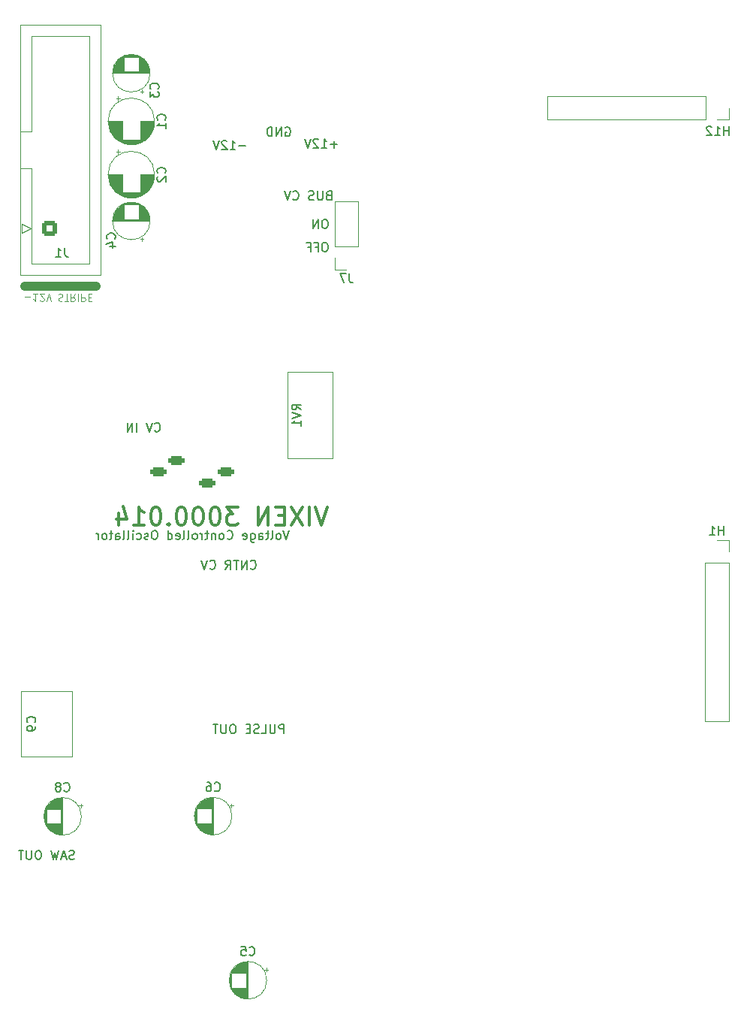
<source format=gbo>
G04 #@! TF.GenerationSoftware,KiCad,Pcbnew,8.0.2-1*
G04 #@! TF.CreationDate,2024-05-10T09:54:30+02:00*
G04 #@! TF.ProjectId,vixen,76697865-6e2e-46b6-9963-61645f706362,rev?*
G04 #@! TF.SameCoordinates,Original*
G04 #@! TF.FileFunction,Legend,Bot*
G04 #@! TF.FilePolarity,Positive*
%FSLAX46Y46*%
G04 Gerber Fmt 4.6, Leading zero omitted, Abs format (unit mm)*
G04 Created by KiCad (PCBNEW 8.0.2-1) date 2024-05-10 09:54:30*
%MOMM*%
%LPD*%
G01*
G04 APERTURE LIST*
G04 Aperture macros list*
%AMRoundRect*
0 Rectangle with rounded corners*
0 $1 Rounding radius*
0 $2 $3 $4 $5 $6 $7 $8 $9 X,Y pos of 4 corners*
0 Add a 4 corners polygon primitive as box body*
4,1,4,$2,$3,$4,$5,$6,$7,$8,$9,$2,$3,0*
0 Add four circle primitives for the rounded corners*
1,1,$1+$1,$2,$3*
1,1,$1+$1,$4,$5*
1,1,$1+$1,$6,$7*
1,1,$1+$1,$8,$9*
0 Add four rect primitives between the rounded corners*
20,1,$1+$1,$2,$3,$4,$5,0*
20,1,$1+$1,$4,$5,$6,$7,0*
20,1,$1+$1,$6,$7,$8,$9,0*
20,1,$1+$1,$8,$9,$2,$3,0*%
G04 Aperture macros list end*
%ADD10C,0.150000*%
%ADD11C,0.300000*%
%ADD12C,0.100000*%
%ADD13C,0.120000*%
%ADD14C,1.000000*%
%ADD15C,2.000000*%
%ADD16C,3.500000*%
%ADD17R,1.700000X1.700000*%
%ADD18O,1.700000X1.700000*%
%ADD19R,2.200000X2.200000*%
%ADD20O,2.200000X2.200000*%
%ADD21C,1.600000*%
%ADD22O,1.600000X1.600000*%
%ADD23R,1.800000X1.100000*%
%ADD24RoundRect,0.275000X0.625000X-0.275000X0.625000X0.275000X-0.625000X0.275000X-0.625000X-0.275000X0*%
%ADD25O,4.000000X4.000000*%
%ADD26R,1.800000X1.800000*%
%ADD27C,1.800000*%
%ADD28R,1.930000X1.830000*%
%ADD29C,2.130000*%
%ADD30RoundRect,0.275000X-0.625000X0.275000X-0.625000X-0.275000X0.625000X-0.275000X0.625000X0.275000X0*%
%ADD31R,2.400000X1.600000*%
%ADD32O,2.400000X1.600000*%
%ADD33C,3.240000*%
%ADD34R,1.600000X1.600000*%
%ADD35C,1.440000*%
%ADD36RoundRect,0.250000X-0.600000X-0.600000X0.600000X-0.600000X0.600000X0.600000X-0.600000X0.600000X0*%
%ADD37C,1.700000*%
%ADD38R,1.200000X1.200000*%
%ADD39C,1.200000*%
G04 APERTURE END LIST*
D10*
X36810839Y-124622200D02*
X36667982Y-124669819D01*
X36667982Y-124669819D02*
X36429887Y-124669819D01*
X36429887Y-124669819D02*
X36334649Y-124622200D01*
X36334649Y-124622200D02*
X36287030Y-124574580D01*
X36287030Y-124574580D02*
X36239411Y-124479342D01*
X36239411Y-124479342D02*
X36239411Y-124384104D01*
X36239411Y-124384104D02*
X36287030Y-124288866D01*
X36287030Y-124288866D02*
X36334649Y-124241247D01*
X36334649Y-124241247D02*
X36429887Y-124193628D01*
X36429887Y-124193628D02*
X36620363Y-124146009D01*
X36620363Y-124146009D02*
X36715601Y-124098390D01*
X36715601Y-124098390D02*
X36763220Y-124050771D01*
X36763220Y-124050771D02*
X36810839Y-123955533D01*
X36810839Y-123955533D02*
X36810839Y-123860295D01*
X36810839Y-123860295D02*
X36763220Y-123765057D01*
X36763220Y-123765057D02*
X36715601Y-123717438D01*
X36715601Y-123717438D02*
X36620363Y-123669819D01*
X36620363Y-123669819D02*
X36382268Y-123669819D01*
X36382268Y-123669819D02*
X36239411Y-123717438D01*
X35858458Y-124384104D02*
X35382268Y-124384104D01*
X35953696Y-124669819D02*
X35620363Y-123669819D01*
X35620363Y-123669819D02*
X35287030Y-124669819D01*
X35048934Y-123669819D02*
X34810839Y-124669819D01*
X34810839Y-124669819D02*
X34620363Y-123955533D01*
X34620363Y-123955533D02*
X34429887Y-124669819D01*
X34429887Y-124669819D02*
X34191792Y-123669819D01*
X32858458Y-123669819D02*
X32667982Y-123669819D01*
X32667982Y-123669819D02*
X32572744Y-123717438D01*
X32572744Y-123717438D02*
X32477506Y-123812676D01*
X32477506Y-123812676D02*
X32429887Y-124003152D01*
X32429887Y-124003152D02*
X32429887Y-124336485D01*
X32429887Y-124336485D02*
X32477506Y-124526961D01*
X32477506Y-124526961D02*
X32572744Y-124622200D01*
X32572744Y-124622200D02*
X32667982Y-124669819D01*
X32667982Y-124669819D02*
X32858458Y-124669819D01*
X32858458Y-124669819D02*
X32953696Y-124622200D01*
X32953696Y-124622200D02*
X33048934Y-124526961D01*
X33048934Y-124526961D02*
X33096553Y-124336485D01*
X33096553Y-124336485D02*
X33096553Y-124003152D01*
X33096553Y-124003152D02*
X33048934Y-123812676D01*
X33048934Y-123812676D02*
X32953696Y-123717438D01*
X32953696Y-123717438D02*
X32858458Y-123669819D01*
X32001315Y-123669819D02*
X32001315Y-124479342D01*
X32001315Y-124479342D02*
X31953696Y-124574580D01*
X31953696Y-124574580D02*
X31906077Y-124622200D01*
X31906077Y-124622200D02*
X31810839Y-124669819D01*
X31810839Y-124669819D02*
X31620363Y-124669819D01*
X31620363Y-124669819D02*
X31525125Y-124622200D01*
X31525125Y-124622200D02*
X31477506Y-124574580D01*
X31477506Y-124574580D02*
X31429887Y-124479342D01*
X31429887Y-124479342D02*
X31429887Y-123669819D01*
X31096553Y-123669819D02*
X30525125Y-123669819D01*
X30810839Y-124669819D02*
X30810839Y-123669819D01*
X65172744Y-55169819D02*
X64982268Y-55169819D01*
X64982268Y-55169819D02*
X64887030Y-55217438D01*
X64887030Y-55217438D02*
X64791792Y-55312676D01*
X64791792Y-55312676D02*
X64744173Y-55503152D01*
X64744173Y-55503152D02*
X64744173Y-55836485D01*
X64744173Y-55836485D02*
X64791792Y-56026961D01*
X64791792Y-56026961D02*
X64887030Y-56122200D01*
X64887030Y-56122200D02*
X64982268Y-56169819D01*
X64982268Y-56169819D02*
X65172744Y-56169819D01*
X65172744Y-56169819D02*
X65267982Y-56122200D01*
X65267982Y-56122200D02*
X65363220Y-56026961D01*
X65363220Y-56026961D02*
X65410839Y-55836485D01*
X65410839Y-55836485D02*
X65410839Y-55503152D01*
X65410839Y-55503152D02*
X65363220Y-55312676D01*
X65363220Y-55312676D02*
X65267982Y-55217438D01*
X65267982Y-55217438D02*
X65172744Y-55169819D01*
X63982268Y-55646009D02*
X64315601Y-55646009D01*
X64315601Y-56169819D02*
X64315601Y-55169819D01*
X64315601Y-55169819D02*
X63839411Y-55169819D01*
X63125125Y-55646009D02*
X63458458Y-55646009D01*
X63458458Y-56169819D02*
X63458458Y-55169819D01*
X63458458Y-55169819D02*
X62982268Y-55169819D01*
X61056077Y-87619819D02*
X60722744Y-88619819D01*
X60722744Y-88619819D02*
X60389411Y-87619819D01*
X59913220Y-88619819D02*
X60008458Y-88572200D01*
X60008458Y-88572200D02*
X60056077Y-88524580D01*
X60056077Y-88524580D02*
X60103696Y-88429342D01*
X60103696Y-88429342D02*
X60103696Y-88143628D01*
X60103696Y-88143628D02*
X60056077Y-88048390D01*
X60056077Y-88048390D02*
X60008458Y-88000771D01*
X60008458Y-88000771D02*
X59913220Y-87953152D01*
X59913220Y-87953152D02*
X59770363Y-87953152D01*
X59770363Y-87953152D02*
X59675125Y-88000771D01*
X59675125Y-88000771D02*
X59627506Y-88048390D01*
X59627506Y-88048390D02*
X59579887Y-88143628D01*
X59579887Y-88143628D02*
X59579887Y-88429342D01*
X59579887Y-88429342D02*
X59627506Y-88524580D01*
X59627506Y-88524580D02*
X59675125Y-88572200D01*
X59675125Y-88572200D02*
X59770363Y-88619819D01*
X59770363Y-88619819D02*
X59913220Y-88619819D01*
X59008458Y-88619819D02*
X59103696Y-88572200D01*
X59103696Y-88572200D02*
X59151315Y-88476961D01*
X59151315Y-88476961D02*
X59151315Y-87619819D01*
X58770362Y-87953152D02*
X58389410Y-87953152D01*
X58627505Y-87619819D02*
X58627505Y-88476961D01*
X58627505Y-88476961D02*
X58579886Y-88572200D01*
X58579886Y-88572200D02*
X58484648Y-88619819D01*
X58484648Y-88619819D02*
X58389410Y-88619819D01*
X57627505Y-88619819D02*
X57627505Y-88096009D01*
X57627505Y-88096009D02*
X57675124Y-88000771D01*
X57675124Y-88000771D02*
X57770362Y-87953152D01*
X57770362Y-87953152D02*
X57960838Y-87953152D01*
X57960838Y-87953152D02*
X58056076Y-88000771D01*
X57627505Y-88572200D02*
X57722743Y-88619819D01*
X57722743Y-88619819D02*
X57960838Y-88619819D01*
X57960838Y-88619819D02*
X58056076Y-88572200D01*
X58056076Y-88572200D02*
X58103695Y-88476961D01*
X58103695Y-88476961D02*
X58103695Y-88381723D01*
X58103695Y-88381723D02*
X58056076Y-88286485D01*
X58056076Y-88286485D02*
X57960838Y-88238866D01*
X57960838Y-88238866D02*
X57722743Y-88238866D01*
X57722743Y-88238866D02*
X57627505Y-88191247D01*
X56722743Y-87953152D02*
X56722743Y-88762676D01*
X56722743Y-88762676D02*
X56770362Y-88857914D01*
X56770362Y-88857914D02*
X56817981Y-88905533D01*
X56817981Y-88905533D02*
X56913219Y-88953152D01*
X56913219Y-88953152D02*
X57056076Y-88953152D01*
X57056076Y-88953152D02*
X57151314Y-88905533D01*
X56722743Y-88572200D02*
X56817981Y-88619819D01*
X56817981Y-88619819D02*
X57008457Y-88619819D01*
X57008457Y-88619819D02*
X57103695Y-88572200D01*
X57103695Y-88572200D02*
X57151314Y-88524580D01*
X57151314Y-88524580D02*
X57198933Y-88429342D01*
X57198933Y-88429342D02*
X57198933Y-88143628D01*
X57198933Y-88143628D02*
X57151314Y-88048390D01*
X57151314Y-88048390D02*
X57103695Y-88000771D01*
X57103695Y-88000771D02*
X57008457Y-87953152D01*
X57008457Y-87953152D02*
X56817981Y-87953152D01*
X56817981Y-87953152D02*
X56722743Y-88000771D01*
X55865600Y-88572200D02*
X55960838Y-88619819D01*
X55960838Y-88619819D02*
X56151314Y-88619819D01*
X56151314Y-88619819D02*
X56246552Y-88572200D01*
X56246552Y-88572200D02*
X56294171Y-88476961D01*
X56294171Y-88476961D02*
X56294171Y-88096009D01*
X56294171Y-88096009D02*
X56246552Y-88000771D01*
X56246552Y-88000771D02*
X56151314Y-87953152D01*
X56151314Y-87953152D02*
X55960838Y-87953152D01*
X55960838Y-87953152D02*
X55865600Y-88000771D01*
X55865600Y-88000771D02*
X55817981Y-88096009D01*
X55817981Y-88096009D02*
X55817981Y-88191247D01*
X55817981Y-88191247D02*
X56294171Y-88286485D01*
X54056076Y-88524580D02*
X54103695Y-88572200D01*
X54103695Y-88572200D02*
X54246552Y-88619819D01*
X54246552Y-88619819D02*
X54341790Y-88619819D01*
X54341790Y-88619819D02*
X54484647Y-88572200D01*
X54484647Y-88572200D02*
X54579885Y-88476961D01*
X54579885Y-88476961D02*
X54627504Y-88381723D01*
X54627504Y-88381723D02*
X54675123Y-88191247D01*
X54675123Y-88191247D02*
X54675123Y-88048390D01*
X54675123Y-88048390D02*
X54627504Y-87857914D01*
X54627504Y-87857914D02*
X54579885Y-87762676D01*
X54579885Y-87762676D02*
X54484647Y-87667438D01*
X54484647Y-87667438D02*
X54341790Y-87619819D01*
X54341790Y-87619819D02*
X54246552Y-87619819D01*
X54246552Y-87619819D02*
X54103695Y-87667438D01*
X54103695Y-87667438D02*
X54056076Y-87715057D01*
X53484647Y-88619819D02*
X53579885Y-88572200D01*
X53579885Y-88572200D02*
X53627504Y-88524580D01*
X53627504Y-88524580D02*
X53675123Y-88429342D01*
X53675123Y-88429342D02*
X53675123Y-88143628D01*
X53675123Y-88143628D02*
X53627504Y-88048390D01*
X53627504Y-88048390D02*
X53579885Y-88000771D01*
X53579885Y-88000771D02*
X53484647Y-87953152D01*
X53484647Y-87953152D02*
X53341790Y-87953152D01*
X53341790Y-87953152D02*
X53246552Y-88000771D01*
X53246552Y-88000771D02*
X53198933Y-88048390D01*
X53198933Y-88048390D02*
X53151314Y-88143628D01*
X53151314Y-88143628D02*
X53151314Y-88429342D01*
X53151314Y-88429342D02*
X53198933Y-88524580D01*
X53198933Y-88524580D02*
X53246552Y-88572200D01*
X53246552Y-88572200D02*
X53341790Y-88619819D01*
X53341790Y-88619819D02*
X53484647Y-88619819D01*
X52722742Y-87953152D02*
X52722742Y-88619819D01*
X52722742Y-88048390D02*
X52675123Y-88000771D01*
X52675123Y-88000771D02*
X52579885Y-87953152D01*
X52579885Y-87953152D02*
X52437028Y-87953152D01*
X52437028Y-87953152D02*
X52341790Y-88000771D01*
X52341790Y-88000771D02*
X52294171Y-88096009D01*
X52294171Y-88096009D02*
X52294171Y-88619819D01*
X51960837Y-87953152D02*
X51579885Y-87953152D01*
X51817980Y-87619819D02*
X51817980Y-88476961D01*
X51817980Y-88476961D02*
X51770361Y-88572200D01*
X51770361Y-88572200D02*
X51675123Y-88619819D01*
X51675123Y-88619819D02*
X51579885Y-88619819D01*
X51246551Y-88619819D02*
X51246551Y-87953152D01*
X51246551Y-88143628D02*
X51198932Y-88048390D01*
X51198932Y-88048390D02*
X51151313Y-88000771D01*
X51151313Y-88000771D02*
X51056075Y-87953152D01*
X51056075Y-87953152D02*
X50960837Y-87953152D01*
X50484646Y-88619819D02*
X50579884Y-88572200D01*
X50579884Y-88572200D02*
X50627503Y-88524580D01*
X50627503Y-88524580D02*
X50675122Y-88429342D01*
X50675122Y-88429342D02*
X50675122Y-88143628D01*
X50675122Y-88143628D02*
X50627503Y-88048390D01*
X50627503Y-88048390D02*
X50579884Y-88000771D01*
X50579884Y-88000771D02*
X50484646Y-87953152D01*
X50484646Y-87953152D02*
X50341789Y-87953152D01*
X50341789Y-87953152D02*
X50246551Y-88000771D01*
X50246551Y-88000771D02*
X50198932Y-88048390D01*
X50198932Y-88048390D02*
X50151313Y-88143628D01*
X50151313Y-88143628D02*
X50151313Y-88429342D01*
X50151313Y-88429342D02*
X50198932Y-88524580D01*
X50198932Y-88524580D02*
X50246551Y-88572200D01*
X50246551Y-88572200D02*
X50341789Y-88619819D01*
X50341789Y-88619819D02*
X50484646Y-88619819D01*
X49579884Y-88619819D02*
X49675122Y-88572200D01*
X49675122Y-88572200D02*
X49722741Y-88476961D01*
X49722741Y-88476961D02*
X49722741Y-87619819D01*
X49056074Y-88619819D02*
X49151312Y-88572200D01*
X49151312Y-88572200D02*
X49198931Y-88476961D01*
X49198931Y-88476961D02*
X49198931Y-87619819D01*
X48294169Y-88572200D02*
X48389407Y-88619819D01*
X48389407Y-88619819D02*
X48579883Y-88619819D01*
X48579883Y-88619819D02*
X48675121Y-88572200D01*
X48675121Y-88572200D02*
X48722740Y-88476961D01*
X48722740Y-88476961D02*
X48722740Y-88096009D01*
X48722740Y-88096009D02*
X48675121Y-88000771D01*
X48675121Y-88000771D02*
X48579883Y-87953152D01*
X48579883Y-87953152D02*
X48389407Y-87953152D01*
X48389407Y-87953152D02*
X48294169Y-88000771D01*
X48294169Y-88000771D02*
X48246550Y-88096009D01*
X48246550Y-88096009D02*
X48246550Y-88191247D01*
X48246550Y-88191247D02*
X48722740Y-88286485D01*
X47389407Y-88619819D02*
X47389407Y-87619819D01*
X47389407Y-88572200D02*
X47484645Y-88619819D01*
X47484645Y-88619819D02*
X47675121Y-88619819D01*
X47675121Y-88619819D02*
X47770359Y-88572200D01*
X47770359Y-88572200D02*
X47817978Y-88524580D01*
X47817978Y-88524580D02*
X47865597Y-88429342D01*
X47865597Y-88429342D02*
X47865597Y-88143628D01*
X47865597Y-88143628D02*
X47817978Y-88048390D01*
X47817978Y-88048390D02*
X47770359Y-88000771D01*
X47770359Y-88000771D02*
X47675121Y-87953152D01*
X47675121Y-87953152D02*
X47484645Y-87953152D01*
X47484645Y-87953152D02*
X47389407Y-88000771D01*
X45960835Y-87619819D02*
X45770359Y-87619819D01*
X45770359Y-87619819D02*
X45675121Y-87667438D01*
X45675121Y-87667438D02*
X45579883Y-87762676D01*
X45579883Y-87762676D02*
X45532264Y-87953152D01*
X45532264Y-87953152D02*
X45532264Y-88286485D01*
X45532264Y-88286485D02*
X45579883Y-88476961D01*
X45579883Y-88476961D02*
X45675121Y-88572200D01*
X45675121Y-88572200D02*
X45770359Y-88619819D01*
X45770359Y-88619819D02*
X45960835Y-88619819D01*
X45960835Y-88619819D02*
X46056073Y-88572200D01*
X46056073Y-88572200D02*
X46151311Y-88476961D01*
X46151311Y-88476961D02*
X46198930Y-88286485D01*
X46198930Y-88286485D02*
X46198930Y-87953152D01*
X46198930Y-87953152D02*
X46151311Y-87762676D01*
X46151311Y-87762676D02*
X46056073Y-87667438D01*
X46056073Y-87667438D02*
X45960835Y-87619819D01*
X45151311Y-88572200D02*
X45056073Y-88619819D01*
X45056073Y-88619819D02*
X44865597Y-88619819D01*
X44865597Y-88619819D02*
X44770359Y-88572200D01*
X44770359Y-88572200D02*
X44722740Y-88476961D01*
X44722740Y-88476961D02*
X44722740Y-88429342D01*
X44722740Y-88429342D02*
X44770359Y-88334104D01*
X44770359Y-88334104D02*
X44865597Y-88286485D01*
X44865597Y-88286485D02*
X45008454Y-88286485D01*
X45008454Y-88286485D02*
X45103692Y-88238866D01*
X45103692Y-88238866D02*
X45151311Y-88143628D01*
X45151311Y-88143628D02*
X45151311Y-88096009D01*
X45151311Y-88096009D02*
X45103692Y-88000771D01*
X45103692Y-88000771D02*
X45008454Y-87953152D01*
X45008454Y-87953152D02*
X44865597Y-87953152D01*
X44865597Y-87953152D02*
X44770359Y-88000771D01*
X43865597Y-88572200D02*
X43960835Y-88619819D01*
X43960835Y-88619819D02*
X44151311Y-88619819D01*
X44151311Y-88619819D02*
X44246549Y-88572200D01*
X44246549Y-88572200D02*
X44294168Y-88524580D01*
X44294168Y-88524580D02*
X44341787Y-88429342D01*
X44341787Y-88429342D02*
X44341787Y-88143628D01*
X44341787Y-88143628D02*
X44294168Y-88048390D01*
X44294168Y-88048390D02*
X44246549Y-88000771D01*
X44246549Y-88000771D02*
X44151311Y-87953152D01*
X44151311Y-87953152D02*
X43960835Y-87953152D01*
X43960835Y-87953152D02*
X43865597Y-88000771D01*
X43437025Y-88619819D02*
X43437025Y-87953152D01*
X43437025Y-87619819D02*
X43484644Y-87667438D01*
X43484644Y-87667438D02*
X43437025Y-87715057D01*
X43437025Y-87715057D02*
X43389406Y-87667438D01*
X43389406Y-87667438D02*
X43437025Y-87619819D01*
X43437025Y-87619819D02*
X43437025Y-87715057D01*
X42817978Y-88619819D02*
X42913216Y-88572200D01*
X42913216Y-88572200D02*
X42960835Y-88476961D01*
X42960835Y-88476961D02*
X42960835Y-87619819D01*
X42294168Y-88619819D02*
X42389406Y-88572200D01*
X42389406Y-88572200D02*
X42437025Y-88476961D01*
X42437025Y-88476961D02*
X42437025Y-87619819D01*
X41484644Y-88619819D02*
X41484644Y-88096009D01*
X41484644Y-88096009D02*
X41532263Y-88000771D01*
X41532263Y-88000771D02*
X41627501Y-87953152D01*
X41627501Y-87953152D02*
X41817977Y-87953152D01*
X41817977Y-87953152D02*
X41913215Y-88000771D01*
X41484644Y-88572200D02*
X41579882Y-88619819D01*
X41579882Y-88619819D02*
X41817977Y-88619819D01*
X41817977Y-88619819D02*
X41913215Y-88572200D01*
X41913215Y-88572200D02*
X41960834Y-88476961D01*
X41960834Y-88476961D02*
X41960834Y-88381723D01*
X41960834Y-88381723D02*
X41913215Y-88286485D01*
X41913215Y-88286485D02*
X41817977Y-88238866D01*
X41817977Y-88238866D02*
X41579882Y-88238866D01*
X41579882Y-88238866D02*
X41484644Y-88191247D01*
X41151310Y-87953152D02*
X40770358Y-87953152D01*
X41008453Y-87619819D02*
X41008453Y-88476961D01*
X41008453Y-88476961D02*
X40960834Y-88572200D01*
X40960834Y-88572200D02*
X40865596Y-88619819D01*
X40865596Y-88619819D02*
X40770358Y-88619819D01*
X40294167Y-88619819D02*
X40389405Y-88572200D01*
X40389405Y-88572200D02*
X40437024Y-88524580D01*
X40437024Y-88524580D02*
X40484643Y-88429342D01*
X40484643Y-88429342D02*
X40484643Y-88143628D01*
X40484643Y-88143628D02*
X40437024Y-88048390D01*
X40437024Y-88048390D02*
X40389405Y-88000771D01*
X40389405Y-88000771D02*
X40294167Y-87953152D01*
X40294167Y-87953152D02*
X40151310Y-87953152D01*
X40151310Y-87953152D02*
X40056072Y-88000771D01*
X40056072Y-88000771D02*
X40008453Y-88048390D01*
X40008453Y-88048390D02*
X39960834Y-88143628D01*
X39960834Y-88143628D02*
X39960834Y-88429342D01*
X39960834Y-88429342D02*
X40008453Y-88524580D01*
X40008453Y-88524580D02*
X40056072Y-88572200D01*
X40056072Y-88572200D02*
X40151310Y-88619819D01*
X40151310Y-88619819D02*
X40294167Y-88619819D01*
X39532262Y-88619819D02*
X39532262Y-87953152D01*
X39532262Y-88143628D02*
X39484643Y-88048390D01*
X39484643Y-88048390D02*
X39437024Y-88000771D01*
X39437024Y-88000771D02*
X39341786Y-87953152D01*
X39341786Y-87953152D02*
X39246548Y-87953152D01*
D11*
X65362155Y-84989638D02*
X64695489Y-86989638D01*
X64695489Y-86989638D02*
X64028822Y-84989638D01*
X63362155Y-86989638D02*
X63362155Y-84989638D01*
X62600250Y-84989638D02*
X61266917Y-86989638D01*
X61266917Y-84989638D02*
X62600250Y-86989638D01*
X60505012Y-85942019D02*
X59838345Y-85942019D01*
X59552631Y-86989638D02*
X60505012Y-86989638D01*
X60505012Y-86989638D02*
X60505012Y-84989638D01*
X60505012Y-84989638D02*
X59552631Y-84989638D01*
X58695488Y-86989638D02*
X58695488Y-84989638D01*
X58695488Y-84989638D02*
X57552631Y-86989638D01*
X57552631Y-86989638D02*
X57552631Y-84989638D01*
X55266916Y-84989638D02*
X54028821Y-84989638D01*
X54028821Y-84989638D02*
X54695488Y-85751542D01*
X54695488Y-85751542D02*
X54409773Y-85751542D01*
X54409773Y-85751542D02*
X54219297Y-85846780D01*
X54219297Y-85846780D02*
X54124059Y-85942019D01*
X54124059Y-85942019D02*
X54028821Y-86132495D01*
X54028821Y-86132495D02*
X54028821Y-86608685D01*
X54028821Y-86608685D02*
X54124059Y-86799161D01*
X54124059Y-86799161D02*
X54219297Y-86894400D01*
X54219297Y-86894400D02*
X54409773Y-86989638D01*
X54409773Y-86989638D02*
X54981202Y-86989638D01*
X54981202Y-86989638D02*
X55171678Y-86894400D01*
X55171678Y-86894400D02*
X55266916Y-86799161D01*
X52790726Y-84989638D02*
X52600249Y-84989638D01*
X52600249Y-84989638D02*
X52409773Y-85084876D01*
X52409773Y-85084876D02*
X52314535Y-85180114D01*
X52314535Y-85180114D02*
X52219297Y-85370590D01*
X52219297Y-85370590D02*
X52124059Y-85751542D01*
X52124059Y-85751542D02*
X52124059Y-86227733D01*
X52124059Y-86227733D02*
X52219297Y-86608685D01*
X52219297Y-86608685D02*
X52314535Y-86799161D01*
X52314535Y-86799161D02*
X52409773Y-86894400D01*
X52409773Y-86894400D02*
X52600249Y-86989638D01*
X52600249Y-86989638D02*
X52790726Y-86989638D01*
X52790726Y-86989638D02*
X52981202Y-86894400D01*
X52981202Y-86894400D02*
X53076440Y-86799161D01*
X53076440Y-86799161D02*
X53171678Y-86608685D01*
X53171678Y-86608685D02*
X53266916Y-86227733D01*
X53266916Y-86227733D02*
X53266916Y-85751542D01*
X53266916Y-85751542D02*
X53171678Y-85370590D01*
X53171678Y-85370590D02*
X53076440Y-85180114D01*
X53076440Y-85180114D02*
X52981202Y-85084876D01*
X52981202Y-85084876D02*
X52790726Y-84989638D01*
X50885964Y-84989638D02*
X50695487Y-84989638D01*
X50695487Y-84989638D02*
X50505011Y-85084876D01*
X50505011Y-85084876D02*
X50409773Y-85180114D01*
X50409773Y-85180114D02*
X50314535Y-85370590D01*
X50314535Y-85370590D02*
X50219297Y-85751542D01*
X50219297Y-85751542D02*
X50219297Y-86227733D01*
X50219297Y-86227733D02*
X50314535Y-86608685D01*
X50314535Y-86608685D02*
X50409773Y-86799161D01*
X50409773Y-86799161D02*
X50505011Y-86894400D01*
X50505011Y-86894400D02*
X50695487Y-86989638D01*
X50695487Y-86989638D02*
X50885964Y-86989638D01*
X50885964Y-86989638D02*
X51076440Y-86894400D01*
X51076440Y-86894400D02*
X51171678Y-86799161D01*
X51171678Y-86799161D02*
X51266916Y-86608685D01*
X51266916Y-86608685D02*
X51362154Y-86227733D01*
X51362154Y-86227733D02*
X51362154Y-85751542D01*
X51362154Y-85751542D02*
X51266916Y-85370590D01*
X51266916Y-85370590D02*
X51171678Y-85180114D01*
X51171678Y-85180114D02*
X51076440Y-85084876D01*
X51076440Y-85084876D02*
X50885964Y-84989638D01*
X48981202Y-84989638D02*
X48790725Y-84989638D01*
X48790725Y-84989638D02*
X48600249Y-85084876D01*
X48600249Y-85084876D02*
X48505011Y-85180114D01*
X48505011Y-85180114D02*
X48409773Y-85370590D01*
X48409773Y-85370590D02*
X48314535Y-85751542D01*
X48314535Y-85751542D02*
X48314535Y-86227733D01*
X48314535Y-86227733D02*
X48409773Y-86608685D01*
X48409773Y-86608685D02*
X48505011Y-86799161D01*
X48505011Y-86799161D02*
X48600249Y-86894400D01*
X48600249Y-86894400D02*
X48790725Y-86989638D01*
X48790725Y-86989638D02*
X48981202Y-86989638D01*
X48981202Y-86989638D02*
X49171678Y-86894400D01*
X49171678Y-86894400D02*
X49266916Y-86799161D01*
X49266916Y-86799161D02*
X49362154Y-86608685D01*
X49362154Y-86608685D02*
X49457392Y-86227733D01*
X49457392Y-86227733D02*
X49457392Y-85751542D01*
X49457392Y-85751542D02*
X49362154Y-85370590D01*
X49362154Y-85370590D02*
X49266916Y-85180114D01*
X49266916Y-85180114D02*
X49171678Y-85084876D01*
X49171678Y-85084876D02*
X48981202Y-84989638D01*
X47457392Y-86799161D02*
X47362154Y-86894400D01*
X47362154Y-86894400D02*
X47457392Y-86989638D01*
X47457392Y-86989638D02*
X47552630Y-86894400D01*
X47552630Y-86894400D02*
X47457392Y-86799161D01*
X47457392Y-86799161D02*
X47457392Y-86989638D01*
X46124059Y-84989638D02*
X45933582Y-84989638D01*
X45933582Y-84989638D02*
X45743106Y-85084876D01*
X45743106Y-85084876D02*
X45647868Y-85180114D01*
X45647868Y-85180114D02*
X45552630Y-85370590D01*
X45552630Y-85370590D02*
X45457392Y-85751542D01*
X45457392Y-85751542D02*
X45457392Y-86227733D01*
X45457392Y-86227733D02*
X45552630Y-86608685D01*
X45552630Y-86608685D02*
X45647868Y-86799161D01*
X45647868Y-86799161D02*
X45743106Y-86894400D01*
X45743106Y-86894400D02*
X45933582Y-86989638D01*
X45933582Y-86989638D02*
X46124059Y-86989638D01*
X46124059Y-86989638D02*
X46314535Y-86894400D01*
X46314535Y-86894400D02*
X46409773Y-86799161D01*
X46409773Y-86799161D02*
X46505011Y-86608685D01*
X46505011Y-86608685D02*
X46600249Y-86227733D01*
X46600249Y-86227733D02*
X46600249Y-85751542D01*
X46600249Y-85751542D02*
X46505011Y-85370590D01*
X46505011Y-85370590D02*
X46409773Y-85180114D01*
X46409773Y-85180114D02*
X46314535Y-85084876D01*
X46314535Y-85084876D02*
X46124059Y-84989638D01*
X43552630Y-86989638D02*
X44695487Y-86989638D01*
X44124059Y-86989638D02*
X44124059Y-84989638D01*
X44124059Y-84989638D02*
X44314535Y-85275352D01*
X44314535Y-85275352D02*
X44505011Y-85465828D01*
X44505011Y-85465828D02*
X44695487Y-85561066D01*
X41838344Y-85656304D02*
X41838344Y-86989638D01*
X42314535Y-84894400D02*
X42790725Y-86322971D01*
X42790725Y-86322971D02*
X41552630Y-86322971D01*
D10*
X56691792Y-91874580D02*
X56739411Y-91922200D01*
X56739411Y-91922200D02*
X56882268Y-91969819D01*
X56882268Y-91969819D02*
X56977506Y-91969819D01*
X56977506Y-91969819D02*
X57120363Y-91922200D01*
X57120363Y-91922200D02*
X57215601Y-91826961D01*
X57215601Y-91826961D02*
X57263220Y-91731723D01*
X57263220Y-91731723D02*
X57310839Y-91541247D01*
X57310839Y-91541247D02*
X57310839Y-91398390D01*
X57310839Y-91398390D02*
X57263220Y-91207914D01*
X57263220Y-91207914D02*
X57215601Y-91112676D01*
X57215601Y-91112676D02*
X57120363Y-91017438D01*
X57120363Y-91017438D02*
X56977506Y-90969819D01*
X56977506Y-90969819D02*
X56882268Y-90969819D01*
X56882268Y-90969819D02*
X56739411Y-91017438D01*
X56739411Y-91017438D02*
X56691792Y-91065057D01*
X56263220Y-91969819D02*
X56263220Y-90969819D01*
X56263220Y-90969819D02*
X55691792Y-91969819D01*
X55691792Y-91969819D02*
X55691792Y-90969819D01*
X55358458Y-90969819D02*
X54787030Y-90969819D01*
X55072744Y-91969819D02*
X55072744Y-90969819D01*
X53882268Y-91969819D02*
X54215601Y-91493628D01*
X54453696Y-91969819D02*
X54453696Y-90969819D01*
X54453696Y-90969819D02*
X54072744Y-90969819D01*
X54072744Y-90969819D02*
X53977506Y-91017438D01*
X53977506Y-91017438D02*
X53929887Y-91065057D01*
X53929887Y-91065057D02*
X53882268Y-91160295D01*
X53882268Y-91160295D02*
X53882268Y-91303152D01*
X53882268Y-91303152D02*
X53929887Y-91398390D01*
X53929887Y-91398390D02*
X53977506Y-91446009D01*
X53977506Y-91446009D02*
X54072744Y-91493628D01*
X54072744Y-91493628D02*
X54453696Y-91493628D01*
X52120363Y-91874580D02*
X52167982Y-91922200D01*
X52167982Y-91922200D02*
X52310839Y-91969819D01*
X52310839Y-91969819D02*
X52406077Y-91969819D01*
X52406077Y-91969819D02*
X52548934Y-91922200D01*
X52548934Y-91922200D02*
X52644172Y-91826961D01*
X52644172Y-91826961D02*
X52691791Y-91731723D01*
X52691791Y-91731723D02*
X52739410Y-91541247D01*
X52739410Y-91541247D02*
X52739410Y-91398390D01*
X52739410Y-91398390D02*
X52691791Y-91207914D01*
X52691791Y-91207914D02*
X52644172Y-91112676D01*
X52644172Y-91112676D02*
X52548934Y-91017438D01*
X52548934Y-91017438D02*
X52406077Y-90969819D01*
X52406077Y-90969819D02*
X52310839Y-90969819D01*
X52310839Y-90969819D02*
X52167982Y-91017438D01*
X52167982Y-91017438D02*
X52120363Y-91065057D01*
X51834648Y-90969819D02*
X51501315Y-91969819D01*
X51501315Y-91969819D02*
X51167982Y-90969819D01*
X56163220Y-44288866D02*
X55401316Y-44288866D01*
X54401316Y-44669819D02*
X54972744Y-44669819D01*
X54687030Y-44669819D02*
X54687030Y-43669819D01*
X54687030Y-43669819D02*
X54782268Y-43812676D01*
X54782268Y-43812676D02*
X54877506Y-43907914D01*
X54877506Y-43907914D02*
X54972744Y-43955533D01*
X54020363Y-43765057D02*
X53972744Y-43717438D01*
X53972744Y-43717438D02*
X53877506Y-43669819D01*
X53877506Y-43669819D02*
X53639411Y-43669819D01*
X53639411Y-43669819D02*
X53544173Y-43717438D01*
X53544173Y-43717438D02*
X53496554Y-43765057D01*
X53496554Y-43765057D02*
X53448935Y-43860295D01*
X53448935Y-43860295D02*
X53448935Y-43955533D01*
X53448935Y-43955533D02*
X53496554Y-44098390D01*
X53496554Y-44098390D02*
X54067982Y-44669819D01*
X54067982Y-44669819D02*
X53448935Y-44669819D01*
X53163220Y-43669819D02*
X52829887Y-44669819D01*
X52829887Y-44669819D02*
X52496554Y-43669819D01*
X65499887Y-49836009D02*
X65357030Y-49883628D01*
X65357030Y-49883628D02*
X65309411Y-49931247D01*
X65309411Y-49931247D02*
X65261792Y-50026485D01*
X65261792Y-50026485D02*
X65261792Y-50169342D01*
X65261792Y-50169342D02*
X65309411Y-50264580D01*
X65309411Y-50264580D02*
X65357030Y-50312200D01*
X65357030Y-50312200D02*
X65452268Y-50359819D01*
X65452268Y-50359819D02*
X65833220Y-50359819D01*
X65833220Y-50359819D02*
X65833220Y-49359819D01*
X65833220Y-49359819D02*
X65499887Y-49359819D01*
X65499887Y-49359819D02*
X65404649Y-49407438D01*
X65404649Y-49407438D02*
X65357030Y-49455057D01*
X65357030Y-49455057D02*
X65309411Y-49550295D01*
X65309411Y-49550295D02*
X65309411Y-49645533D01*
X65309411Y-49645533D02*
X65357030Y-49740771D01*
X65357030Y-49740771D02*
X65404649Y-49788390D01*
X65404649Y-49788390D02*
X65499887Y-49836009D01*
X65499887Y-49836009D02*
X65833220Y-49836009D01*
X64833220Y-49359819D02*
X64833220Y-50169342D01*
X64833220Y-50169342D02*
X64785601Y-50264580D01*
X64785601Y-50264580D02*
X64737982Y-50312200D01*
X64737982Y-50312200D02*
X64642744Y-50359819D01*
X64642744Y-50359819D02*
X64452268Y-50359819D01*
X64452268Y-50359819D02*
X64357030Y-50312200D01*
X64357030Y-50312200D02*
X64309411Y-50264580D01*
X64309411Y-50264580D02*
X64261792Y-50169342D01*
X64261792Y-50169342D02*
X64261792Y-49359819D01*
X63833220Y-50312200D02*
X63690363Y-50359819D01*
X63690363Y-50359819D02*
X63452268Y-50359819D01*
X63452268Y-50359819D02*
X63357030Y-50312200D01*
X63357030Y-50312200D02*
X63309411Y-50264580D01*
X63309411Y-50264580D02*
X63261792Y-50169342D01*
X63261792Y-50169342D02*
X63261792Y-50074104D01*
X63261792Y-50074104D02*
X63309411Y-49978866D01*
X63309411Y-49978866D02*
X63357030Y-49931247D01*
X63357030Y-49931247D02*
X63452268Y-49883628D01*
X63452268Y-49883628D02*
X63642744Y-49836009D01*
X63642744Y-49836009D02*
X63737982Y-49788390D01*
X63737982Y-49788390D02*
X63785601Y-49740771D01*
X63785601Y-49740771D02*
X63833220Y-49645533D01*
X63833220Y-49645533D02*
X63833220Y-49550295D01*
X63833220Y-49550295D02*
X63785601Y-49455057D01*
X63785601Y-49455057D02*
X63737982Y-49407438D01*
X63737982Y-49407438D02*
X63642744Y-49359819D01*
X63642744Y-49359819D02*
X63404649Y-49359819D01*
X63404649Y-49359819D02*
X63261792Y-49407438D01*
X61499887Y-50264580D02*
X61547506Y-50312200D01*
X61547506Y-50312200D02*
X61690363Y-50359819D01*
X61690363Y-50359819D02*
X61785601Y-50359819D01*
X61785601Y-50359819D02*
X61928458Y-50312200D01*
X61928458Y-50312200D02*
X62023696Y-50216961D01*
X62023696Y-50216961D02*
X62071315Y-50121723D01*
X62071315Y-50121723D02*
X62118934Y-49931247D01*
X62118934Y-49931247D02*
X62118934Y-49788390D01*
X62118934Y-49788390D02*
X62071315Y-49597914D01*
X62071315Y-49597914D02*
X62023696Y-49502676D01*
X62023696Y-49502676D02*
X61928458Y-49407438D01*
X61928458Y-49407438D02*
X61785601Y-49359819D01*
X61785601Y-49359819D02*
X61690363Y-49359819D01*
X61690363Y-49359819D02*
X61547506Y-49407438D01*
X61547506Y-49407438D02*
X61499887Y-49455057D01*
X61214172Y-49359819D02*
X60880839Y-50359819D01*
X60880839Y-50359819D02*
X60547506Y-49359819D01*
X65172744Y-52569819D02*
X64982268Y-52569819D01*
X64982268Y-52569819D02*
X64887030Y-52617438D01*
X64887030Y-52617438D02*
X64791792Y-52712676D01*
X64791792Y-52712676D02*
X64744173Y-52903152D01*
X64744173Y-52903152D02*
X64744173Y-53236485D01*
X64744173Y-53236485D02*
X64791792Y-53426961D01*
X64791792Y-53426961D02*
X64887030Y-53522200D01*
X64887030Y-53522200D02*
X64982268Y-53569819D01*
X64982268Y-53569819D02*
X65172744Y-53569819D01*
X65172744Y-53569819D02*
X65267982Y-53522200D01*
X65267982Y-53522200D02*
X65363220Y-53426961D01*
X65363220Y-53426961D02*
X65410839Y-53236485D01*
X65410839Y-53236485D02*
X65410839Y-52903152D01*
X65410839Y-52903152D02*
X65363220Y-52712676D01*
X65363220Y-52712676D02*
X65267982Y-52617438D01*
X65267982Y-52617438D02*
X65172744Y-52569819D01*
X64315601Y-53569819D02*
X64315601Y-52569819D01*
X64315601Y-52569819D02*
X63744173Y-53569819D01*
X63744173Y-53569819D02*
X63744173Y-52569819D01*
X60639411Y-42217438D02*
X60734649Y-42169819D01*
X60734649Y-42169819D02*
X60877506Y-42169819D01*
X60877506Y-42169819D02*
X61020363Y-42217438D01*
X61020363Y-42217438D02*
X61115601Y-42312676D01*
X61115601Y-42312676D02*
X61163220Y-42407914D01*
X61163220Y-42407914D02*
X61210839Y-42598390D01*
X61210839Y-42598390D02*
X61210839Y-42741247D01*
X61210839Y-42741247D02*
X61163220Y-42931723D01*
X61163220Y-42931723D02*
X61115601Y-43026961D01*
X61115601Y-43026961D02*
X61020363Y-43122200D01*
X61020363Y-43122200D02*
X60877506Y-43169819D01*
X60877506Y-43169819D02*
X60782268Y-43169819D01*
X60782268Y-43169819D02*
X60639411Y-43122200D01*
X60639411Y-43122200D02*
X60591792Y-43074580D01*
X60591792Y-43074580D02*
X60591792Y-42741247D01*
X60591792Y-42741247D02*
X60782268Y-42741247D01*
X60163220Y-43169819D02*
X60163220Y-42169819D01*
X60163220Y-42169819D02*
X59591792Y-43169819D01*
X59591792Y-43169819D02*
X59591792Y-42169819D01*
X59115601Y-43169819D02*
X59115601Y-42169819D01*
X59115601Y-42169819D02*
X58877506Y-42169819D01*
X58877506Y-42169819D02*
X58734649Y-42217438D01*
X58734649Y-42217438D02*
X58639411Y-42312676D01*
X58639411Y-42312676D02*
X58591792Y-42407914D01*
X58591792Y-42407914D02*
X58544173Y-42598390D01*
X58544173Y-42598390D02*
X58544173Y-42741247D01*
X58544173Y-42741247D02*
X58591792Y-42931723D01*
X58591792Y-42931723D02*
X58639411Y-43026961D01*
X58639411Y-43026961D02*
X58734649Y-43122200D01*
X58734649Y-43122200D02*
X58877506Y-43169819D01*
X58877506Y-43169819D02*
X59115601Y-43169819D01*
X66463220Y-44088866D02*
X65701316Y-44088866D01*
X66082268Y-44469819D02*
X66082268Y-43707914D01*
X64701316Y-44469819D02*
X65272744Y-44469819D01*
X64987030Y-44469819D02*
X64987030Y-43469819D01*
X64987030Y-43469819D02*
X65082268Y-43612676D01*
X65082268Y-43612676D02*
X65177506Y-43707914D01*
X65177506Y-43707914D02*
X65272744Y-43755533D01*
X64320363Y-43565057D02*
X64272744Y-43517438D01*
X64272744Y-43517438D02*
X64177506Y-43469819D01*
X64177506Y-43469819D02*
X63939411Y-43469819D01*
X63939411Y-43469819D02*
X63844173Y-43517438D01*
X63844173Y-43517438D02*
X63796554Y-43565057D01*
X63796554Y-43565057D02*
X63748935Y-43660295D01*
X63748935Y-43660295D02*
X63748935Y-43755533D01*
X63748935Y-43755533D02*
X63796554Y-43898390D01*
X63796554Y-43898390D02*
X64367982Y-44469819D01*
X64367982Y-44469819D02*
X63748935Y-44469819D01*
X63463220Y-43469819D02*
X63129887Y-44469819D01*
X63129887Y-44469819D02*
X62796554Y-43469819D01*
X45891792Y-76374580D02*
X45939411Y-76422200D01*
X45939411Y-76422200D02*
X46082268Y-76469819D01*
X46082268Y-76469819D02*
X46177506Y-76469819D01*
X46177506Y-76469819D02*
X46320363Y-76422200D01*
X46320363Y-76422200D02*
X46415601Y-76326961D01*
X46415601Y-76326961D02*
X46463220Y-76231723D01*
X46463220Y-76231723D02*
X46510839Y-76041247D01*
X46510839Y-76041247D02*
X46510839Y-75898390D01*
X46510839Y-75898390D02*
X46463220Y-75707914D01*
X46463220Y-75707914D02*
X46415601Y-75612676D01*
X46415601Y-75612676D02*
X46320363Y-75517438D01*
X46320363Y-75517438D02*
X46177506Y-75469819D01*
X46177506Y-75469819D02*
X46082268Y-75469819D01*
X46082268Y-75469819D02*
X45939411Y-75517438D01*
X45939411Y-75517438D02*
X45891792Y-75565057D01*
X45606077Y-75469819D02*
X45272744Y-76469819D01*
X45272744Y-76469819D02*
X44939411Y-75469819D01*
X43844172Y-76469819D02*
X43844172Y-75469819D01*
X43367982Y-76469819D02*
X43367982Y-75469819D01*
X43367982Y-75469819D02*
X42796554Y-76469819D01*
X42796554Y-76469819D02*
X42796554Y-75469819D01*
X60463220Y-110469819D02*
X60463220Y-109469819D01*
X60463220Y-109469819D02*
X60082268Y-109469819D01*
X60082268Y-109469819D02*
X59987030Y-109517438D01*
X59987030Y-109517438D02*
X59939411Y-109565057D01*
X59939411Y-109565057D02*
X59891792Y-109660295D01*
X59891792Y-109660295D02*
X59891792Y-109803152D01*
X59891792Y-109803152D02*
X59939411Y-109898390D01*
X59939411Y-109898390D02*
X59987030Y-109946009D01*
X59987030Y-109946009D02*
X60082268Y-109993628D01*
X60082268Y-109993628D02*
X60463220Y-109993628D01*
X59463220Y-109469819D02*
X59463220Y-110279342D01*
X59463220Y-110279342D02*
X59415601Y-110374580D01*
X59415601Y-110374580D02*
X59367982Y-110422200D01*
X59367982Y-110422200D02*
X59272744Y-110469819D01*
X59272744Y-110469819D02*
X59082268Y-110469819D01*
X59082268Y-110469819D02*
X58987030Y-110422200D01*
X58987030Y-110422200D02*
X58939411Y-110374580D01*
X58939411Y-110374580D02*
X58891792Y-110279342D01*
X58891792Y-110279342D02*
X58891792Y-109469819D01*
X57939411Y-110469819D02*
X58415601Y-110469819D01*
X58415601Y-110469819D02*
X58415601Y-109469819D01*
X57653696Y-110422200D02*
X57510839Y-110469819D01*
X57510839Y-110469819D02*
X57272744Y-110469819D01*
X57272744Y-110469819D02*
X57177506Y-110422200D01*
X57177506Y-110422200D02*
X57129887Y-110374580D01*
X57129887Y-110374580D02*
X57082268Y-110279342D01*
X57082268Y-110279342D02*
X57082268Y-110184104D01*
X57082268Y-110184104D02*
X57129887Y-110088866D01*
X57129887Y-110088866D02*
X57177506Y-110041247D01*
X57177506Y-110041247D02*
X57272744Y-109993628D01*
X57272744Y-109993628D02*
X57463220Y-109946009D01*
X57463220Y-109946009D02*
X57558458Y-109898390D01*
X57558458Y-109898390D02*
X57606077Y-109850771D01*
X57606077Y-109850771D02*
X57653696Y-109755533D01*
X57653696Y-109755533D02*
X57653696Y-109660295D01*
X57653696Y-109660295D02*
X57606077Y-109565057D01*
X57606077Y-109565057D02*
X57558458Y-109517438D01*
X57558458Y-109517438D02*
X57463220Y-109469819D01*
X57463220Y-109469819D02*
X57225125Y-109469819D01*
X57225125Y-109469819D02*
X57082268Y-109517438D01*
X56653696Y-109946009D02*
X56320363Y-109946009D01*
X56177506Y-110469819D02*
X56653696Y-110469819D01*
X56653696Y-110469819D02*
X56653696Y-109469819D01*
X56653696Y-109469819D02*
X56177506Y-109469819D01*
X54796553Y-109469819D02*
X54606077Y-109469819D01*
X54606077Y-109469819D02*
X54510839Y-109517438D01*
X54510839Y-109517438D02*
X54415601Y-109612676D01*
X54415601Y-109612676D02*
X54367982Y-109803152D01*
X54367982Y-109803152D02*
X54367982Y-110136485D01*
X54367982Y-110136485D02*
X54415601Y-110326961D01*
X54415601Y-110326961D02*
X54510839Y-110422200D01*
X54510839Y-110422200D02*
X54606077Y-110469819D01*
X54606077Y-110469819D02*
X54796553Y-110469819D01*
X54796553Y-110469819D02*
X54891791Y-110422200D01*
X54891791Y-110422200D02*
X54987029Y-110326961D01*
X54987029Y-110326961D02*
X55034648Y-110136485D01*
X55034648Y-110136485D02*
X55034648Y-109803152D01*
X55034648Y-109803152D02*
X54987029Y-109612676D01*
X54987029Y-109612676D02*
X54891791Y-109517438D01*
X54891791Y-109517438D02*
X54796553Y-109469819D01*
X53939410Y-109469819D02*
X53939410Y-110279342D01*
X53939410Y-110279342D02*
X53891791Y-110374580D01*
X53891791Y-110374580D02*
X53844172Y-110422200D01*
X53844172Y-110422200D02*
X53748934Y-110469819D01*
X53748934Y-110469819D02*
X53558458Y-110469819D01*
X53558458Y-110469819D02*
X53463220Y-110422200D01*
X53463220Y-110422200D02*
X53415601Y-110374580D01*
X53415601Y-110374580D02*
X53367982Y-110279342D01*
X53367982Y-110279342D02*
X53367982Y-109469819D01*
X53034648Y-109469819D02*
X52463220Y-109469819D01*
X52748934Y-110469819D02*
X52748934Y-109469819D01*
X47059580Y-41333333D02*
X47107200Y-41285714D01*
X47107200Y-41285714D02*
X47154819Y-41142857D01*
X47154819Y-41142857D02*
X47154819Y-41047619D01*
X47154819Y-41047619D02*
X47107200Y-40904762D01*
X47107200Y-40904762D02*
X47011961Y-40809524D01*
X47011961Y-40809524D02*
X46916723Y-40761905D01*
X46916723Y-40761905D02*
X46726247Y-40714286D01*
X46726247Y-40714286D02*
X46583390Y-40714286D01*
X46583390Y-40714286D02*
X46392914Y-40761905D01*
X46392914Y-40761905D02*
X46297676Y-40809524D01*
X46297676Y-40809524D02*
X46202438Y-40904762D01*
X46202438Y-40904762D02*
X46154819Y-41047619D01*
X46154819Y-41047619D02*
X46154819Y-41142857D01*
X46154819Y-41142857D02*
X46202438Y-41285714D01*
X46202438Y-41285714D02*
X46250057Y-41333333D01*
X47154819Y-42285714D02*
X47154819Y-41714286D01*
X47154819Y-42000000D02*
X46154819Y-42000000D01*
X46154819Y-42000000D02*
X46297676Y-41904762D01*
X46297676Y-41904762D02*
X46392914Y-41809524D01*
X46392914Y-41809524D02*
X46440533Y-41714286D01*
X62354819Y-74004761D02*
X61878628Y-73671428D01*
X62354819Y-73433333D02*
X61354819Y-73433333D01*
X61354819Y-73433333D02*
X61354819Y-73814285D01*
X61354819Y-73814285D02*
X61402438Y-73909523D01*
X61402438Y-73909523D02*
X61450057Y-73957142D01*
X61450057Y-73957142D02*
X61545295Y-74004761D01*
X61545295Y-74004761D02*
X61688152Y-74004761D01*
X61688152Y-74004761D02*
X61783390Y-73957142D01*
X61783390Y-73957142D02*
X61831009Y-73909523D01*
X61831009Y-73909523D02*
X61878628Y-73814285D01*
X61878628Y-73814285D02*
X61878628Y-73433333D01*
X61354819Y-74290476D02*
X62354819Y-74623809D01*
X62354819Y-74623809D02*
X61354819Y-74957142D01*
X62354819Y-75814285D02*
X62354819Y-75242857D01*
X62354819Y-75528571D02*
X61354819Y-75528571D01*
X61354819Y-75528571D02*
X61497676Y-75433333D01*
X61497676Y-75433333D02*
X61592914Y-75338095D01*
X61592914Y-75338095D02*
X61640533Y-75242857D01*
X110061904Y-88124819D02*
X110061904Y-87124819D01*
X110061904Y-87601009D02*
X109490476Y-87601009D01*
X109490476Y-88124819D02*
X109490476Y-87124819D01*
X108490476Y-88124819D02*
X109061904Y-88124819D01*
X108776190Y-88124819D02*
X108776190Y-87124819D01*
X108776190Y-87124819D02*
X108871428Y-87267676D01*
X108871428Y-87267676D02*
X108966666Y-87362914D01*
X108966666Y-87362914D02*
X109061904Y-87410533D01*
X67833333Y-58684819D02*
X67833333Y-59399104D01*
X67833333Y-59399104D02*
X67880952Y-59541961D01*
X67880952Y-59541961D02*
X67976190Y-59637200D01*
X67976190Y-59637200D02*
X68119047Y-59684819D01*
X68119047Y-59684819D02*
X68214285Y-59684819D01*
X67452380Y-58684819D02*
X66785714Y-58684819D01*
X66785714Y-58684819D02*
X67214285Y-59684819D01*
X35733333Y-55754819D02*
X35733333Y-56469104D01*
X35733333Y-56469104D02*
X35780952Y-56611961D01*
X35780952Y-56611961D02*
X35876190Y-56707200D01*
X35876190Y-56707200D02*
X36019047Y-56754819D01*
X36019047Y-56754819D02*
X36114285Y-56754819D01*
X34733333Y-56754819D02*
X35304761Y-56754819D01*
X35019047Y-56754819D02*
X35019047Y-55754819D01*
X35019047Y-55754819D02*
X35114285Y-55897676D01*
X35114285Y-55897676D02*
X35209523Y-55992914D01*
X35209523Y-55992914D02*
X35304761Y-56040533D01*
D12*
X31256265Y-61257866D02*
X31865789Y-61257866D01*
X32665788Y-60953104D02*
X32208645Y-60953104D01*
X32437217Y-60953104D02*
X32437217Y-61753104D01*
X32437217Y-61753104D02*
X32361026Y-61638819D01*
X32361026Y-61638819D02*
X32284836Y-61562628D01*
X32284836Y-61562628D02*
X32208645Y-61524533D01*
X32970550Y-61676914D02*
X33008646Y-61715009D01*
X33008646Y-61715009D02*
X33084836Y-61753104D01*
X33084836Y-61753104D02*
X33275312Y-61753104D01*
X33275312Y-61753104D02*
X33351503Y-61715009D01*
X33351503Y-61715009D02*
X33389598Y-61676914D01*
X33389598Y-61676914D02*
X33427693Y-61600723D01*
X33427693Y-61600723D02*
X33427693Y-61524533D01*
X33427693Y-61524533D02*
X33389598Y-61410247D01*
X33389598Y-61410247D02*
X32932455Y-60953104D01*
X32932455Y-60953104D02*
X33427693Y-60953104D01*
X33656265Y-61753104D02*
X33922932Y-60953104D01*
X33922932Y-60953104D02*
X34189598Y-61753104D01*
X35027693Y-60991200D02*
X35141979Y-60953104D01*
X35141979Y-60953104D02*
X35332455Y-60953104D01*
X35332455Y-60953104D02*
X35408646Y-60991200D01*
X35408646Y-60991200D02*
X35446741Y-61029295D01*
X35446741Y-61029295D02*
X35484836Y-61105485D01*
X35484836Y-61105485D02*
X35484836Y-61181676D01*
X35484836Y-61181676D02*
X35446741Y-61257866D01*
X35446741Y-61257866D02*
X35408646Y-61295961D01*
X35408646Y-61295961D02*
X35332455Y-61334057D01*
X35332455Y-61334057D02*
X35180074Y-61372152D01*
X35180074Y-61372152D02*
X35103884Y-61410247D01*
X35103884Y-61410247D02*
X35065789Y-61448342D01*
X35065789Y-61448342D02*
X35027693Y-61524533D01*
X35027693Y-61524533D02*
X35027693Y-61600723D01*
X35027693Y-61600723D02*
X35065789Y-61676914D01*
X35065789Y-61676914D02*
X35103884Y-61715009D01*
X35103884Y-61715009D02*
X35180074Y-61753104D01*
X35180074Y-61753104D02*
X35370551Y-61753104D01*
X35370551Y-61753104D02*
X35484836Y-61715009D01*
X35713408Y-61753104D02*
X36170551Y-61753104D01*
X35941979Y-60953104D02*
X35941979Y-61753104D01*
X36894361Y-60953104D02*
X36627694Y-61334057D01*
X36437218Y-60953104D02*
X36437218Y-61753104D01*
X36437218Y-61753104D02*
X36741980Y-61753104D01*
X36741980Y-61753104D02*
X36818170Y-61715009D01*
X36818170Y-61715009D02*
X36856265Y-61676914D01*
X36856265Y-61676914D02*
X36894361Y-61600723D01*
X36894361Y-61600723D02*
X36894361Y-61486438D01*
X36894361Y-61486438D02*
X36856265Y-61410247D01*
X36856265Y-61410247D02*
X36818170Y-61372152D01*
X36818170Y-61372152D02*
X36741980Y-61334057D01*
X36741980Y-61334057D02*
X36437218Y-61334057D01*
X37237218Y-60953104D02*
X37237218Y-61753104D01*
X37618170Y-60953104D02*
X37618170Y-61753104D01*
X37618170Y-61753104D02*
X37922932Y-61753104D01*
X37922932Y-61753104D02*
X37999122Y-61715009D01*
X37999122Y-61715009D02*
X38037217Y-61676914D01*
X38037217Y-61676914D02*
X38075313Y-61600723D01*
X38075313Y-61600723D02*
X38075313Y-61486438D01*
X38075313Y-61486438D02*
X38037217Y-61410247D01*
X38037217Y-61410247D02*
X37999122Y-61372152D01*
X37999122Y-61372152D02*
X37922932Y-61334057D01*
X37922932Y-61334057D02*
X37618170Y-61334057D01*
X38418170Y-61372152D02*
X38684836Y-61372152D01*
X38799122Y-60953104D02*
X38418170Y-60953104D01*
X38418170Y-60953104D02*
X38418170Y-61753104D01*
X38418170Y-61753104D02*
X38799122Y-61753104D01*
D10*
X110638094Y-43054819D02*
X110638094Y-42054819D01*
X110638094Y-42531009D02*
X110066666Y-42531009D01*
X110066666Y-43054819D02*
X110066666Y-42054819D01*
X109066666Y-43054819D02*
X109638094Y-43054819D01*
X109352380Y-43054819D02*
X109352380Y-42054819D01*
X109352380Y-42054819D02*
X109447618Y-42197676D01*
X109447618Y-42197676D02*
X109542856Y-42292914D01*
X109542856Y-42292914D02*
X109638094Y-42340533D01*
X108685713Y-42150057D02*
X108638094Y-42102438D01*
X108638094Y-42102438D02*
X108542856Y-42054819D01*
X108542856Y-42054819D02*
X108304761Y-42054819D01*
X108304761Y-42054819D02*
X108209523Y-42102438D01*
X108209523Y-42102438D02*
X108161904Y-42150057D01*
X108161904Y-42150057D02*
X108114285Y-42245295D01*
X108114285Y-42245295D02*
X108114285Y-42340533D01*
X108114285Y-42340533D02*
X108161904Y-42483390D01*
X108161904Y-42483390D02*
X108733332Y-43054819D01*
X108733332Y-43054819D02*
X108114285Y-43054819D01*
X32359580Y-109233333D02*
X32407200Y-109185714D01*
X32407200Y-109185714D02*
X32454819Y-109042857D01*
X32454819Y-109042857D02*
X32454819Y-108947619D01*
X32454819Y-108947619D02*
X32407200Y-108804762D01*
X32407200Y-108804762D02*
X32311961Y-108709524D01*
X32311961Y-108709524D02*
X32216723Y-108661905D01*
X32216723Y-108661905D02*
X32026247Y-108614286D01*
X32026247Y-108614286D02*
X31883390Y-108614286D01*
X31883390Y-108614286D02*
X31692914Y-108661905D01*
X31692914Y-108661905D02*
X31597676Y-108709524D01*
X31597676Y-108709524D02*
X31502438Y-108804762D01*
X31502438Y-108804762D02*
X31454819Y-108947619D01*
X31454819Y-108947619D02*
X31454819Y-109042857D01*
X31454819Y-109042857D02*
X31502438Y-109185714D01*
X31502438Y-109185714D02*
X31550057Y-109233333D01*
X32454819Y-109709524D02*
X32454819Y-109900000D01*
X32454819Y-109900000D02*
X32407200Y-109995238D01*
X32407200Y-109995238D02*
X32359580Y-110042857D01*
X32359580Y-110042857D02*
X32216723Y-110138095D01*
X32216723Y-110138095D02*
X32026247Y-110185714D01*
X32026247Y-110185714D02*
X31645295Y-110185714D01*
X31645295Y-110185714D02*
X31550057Y-110138095D01*
X31550057Y-110138095D02*
X31502438Y-110090476D01*
X31502438Y-110090476D02*
X31454819Y-109995238D01*
X31454819Y-109995238D02*
X31454819Y-109804762D01*
X31454819Y-109804762D02*
X31502438Y-109709524D01*
X31502438Y-109709524D02*
X31550057Y-109661905D01*
X31550057Y-109661905D02*
X31645295Y-109614286D01*
X31645295Y-109614286D02*
X31883390Y-109614286D01*
X31883390Y-109614286D02*
X31978628Y-109661905D01*
X31978628Y-109661905D02*
X32026247Y-109709524D01*
X32026247Y-109709524D02*
X32073866Y-109804762D01*
X32073866Y-109804762D02*
X32073866Y-109995238D01*
X32073866Y-109995238D02*
X32026247Y-110090476D01*
X32026247Y-110090476D02*
X31978628Y-110138095D01*
X31978628Y-110138095D02*
X31883390Y-110185714D01*
X47059580Y-47333333D02*
X47107200Y-47285714D01*
X47107200Y-47285714D02*
X47154819Y-47142857D01*
X47154819Y-47142857D02*
X47154819Y-47047619D01*
X47154819Y-47047619D02*
X47107200Y-46904762D01*
X47107200Y-46904762D02*
X47011961Y-46809524D01*
X47011961Y-46809524D02*
X46916723Y-46761905D01*
X46916723Y-46761905D02*
X46726247Y-46714286D01*
X46726247Y-46714286D02*
X46583390Y-46714286D01*
X46583390Y-46714286D02*
X46392914Y-46761905D01*
X46392914Y-46761905D02*
X46297676Y-46809524D01*
X46297676Y-46809524D02*
X46202438Y-46904762D01*
X46202438Y-46904762D02*
X46154819Y-47047619D01*
X46154819Y-47047619D02*
X46154819Y-47142857D01*
X46154819Y-47142857D02*
X46202438Y-47285714D01*
X46202438Y-47285714D02*
X46250057Y-47333333D01*
X46250057Y-47714286D02*
X46202438Y-47761905D01*
X46202438Y-47761905D02*
X46154819Y-47857143D01*
X46154819Y-47857143D02*
X46154819Y-48095238D01*
X46154819Y-48095238D02*
X46202438Y-48190476D01*
X46202438Y-48190476D02*
X46250057Y-48238095D01*
X46250057Y-48238095D02*
X46345295Y-48285714D01*
X46345295Y-48285714D02*
X46440533Y-48285714D01*
X46440533Y-48285714D02*
X46583390Y-48238095D01*
X46583390Y-48238095D02*
X47154819Y-47666667D01*
X47154819Y-47666667D02*
X47154819Y-48285714D01*
X52639266Y-116909580D02*
X52686885Y-116957200D01*
X52686885Y-116957200D02*
X52829742Y-117004819D01*
X52829742Y-117004819D02*
X52924980Y-117004819D01*
X52924980Y-117004819D02*
X53067837Y-116957200D01*
X53067837Y-116957200D02*
X53163075Y-116861961D01*
X53163075Y-116861961D02*
X53210694Y-116766723D01*
X53210694Y-116766723D02*
X53258313Y-116576247D01*
X53258313Y-116576247D02*
X53258313Y-116433390D01*
X53258313Y-116433390D02*
X53210694Y-116242914D01*
X53210694Y-116242914D02*
X53163075Y-116147676D01*
X53163075Y-116147676D02*
X53067837Y-116052438D01*
X53067837Y-116052438D02*
X52924980Y-116004819D01*
X52924980Y-116004819D02*
X52829742Y-116004819D01*
X52829742Y-116004819D02*
X52686885Y-116052438D01*
X52686885Y-116052438D02*
X52639266Y-116100057D01*
X51782123Y-116004819D02*
X51972599Y-116004819D01*
X51972599Y-116004819D02*
X52067837Y-116052438D01*
X52067837Y-116052438D02*
X52115456Y-116100057D01*
X52115456Y-116100057D02*
X52210694Y-116242914D01*
X52210694Y-116242914D02*
X52258313Y-116433390D01*
X52258313Y-116433390D02*
X52258313Y-116814342D01*
X52258313Y-116814342D02*
X52210694Y-116909580D01*
X52210694Y-116909580D02*
X52163075Y-116957200D01*
X52163075Y-116957200D02*
X52067837Y-117004819D01*
X52067837Y-117004819D02*
X51877361Y-117004819D01*
X51877361Y-117004819D02*
X51782123Y-116957200D01*
X51782123Y-116957200D02*
X51734504Y-116909580D01*
X51734504Y-116909580D02*
X51686885Y-116814342D01*
X51686885Y-116814342D02*
X51686885Y-116576247D01*
X51686885Y-116576247D02*
X51734504Y-116481009D01*
X51734504Y-116481009D02*
X51782123Y-116433390D01*
X51782123Y-116433390D02*
X51877361Y-116385771D01*
X51877361Y-116385771D02*
X52067837Y-116385771D01*
X52067837Y-116385771D02*
X52163075Y-116433390D01*
X52163075Y-116433390D02*
X52210694Y-116481009D01*
X52210694Y-116481009D02*
X52258313Y-116576247D01*
X41359580Y-54733333D02*
X41407200Y-54685714D01*
X41407200Y-54685714D02*
X41454819Y-54542857D01*
X41454819Y-54542857D02*
X41454819Y-54447619D01*
X41454819Y-54447619D02*
X41407200Y-54304762D01*
X41407200Y-54304762D02*
X41311961Y-54209524D01*
X41311961Y-54209524D02*
X41216723Y-54161905D01*
X41216723Y-54161905D02*
X41026247Y-54114286D01*
X41026247Y-54114286D02*
X40883390Y-54114286D01*
X40883390Y-54114286D02*
X40692914Y-54161905D01*
X40692914Y-54161905D02*
X40597676Y-54209524D01*
X40597676Y-54209524D02*
X40502438Y-54304762D01*
X40502438Y-54304762D02*
X40454819Y-54447619D01*
X40454819Y-54447619D02*
X40454819Y-54542857D01*
X40454819Y-54542857D02*
X40502438Y-54685714D01*
X40502438Y-54685714D02*
X40550057Y-54733333D01*
X40788152Y-55590476D02*
X41454819Y-55590476D01*
X40407200Y-55352381D02*
X41121485Y-55114286D01*
X41121485Y-55114286D02*
X41121485Y-55733333D01*
X35666666Y-116934580D02*
X35714285Y-116982200D01*
X35714285Y-116982200D02*
X35857142Y-117029819D01*
X35857142Y-117029819D02*
X35952380Y-117029819D01*
X35952380Y-117029819D02*
X36095237Y-116982200D01*
X36095237Y-116982200D02*
X36190475Y-116886961D01*
X36190475Y-116886961D02*
X36238094Y-116791723D01*
X36238094Y-116791723D02*
X36285713Y-116601247D01*
X36285713Y-116601247D02*
X36285713Y-116458390D01*
X36285713Y-116458390D02*
X36238094Y-116267914D01*
X36238094Y-116267914D02*
X36190475Y-116172676D01*
X36190475Y-116172676D02*
X36095237Y-116077438D01*
X36095237Y-116077438D02*
X35952380Y-116029819D01*
X35952380Y-116029819D02*
X35857142Y-116029819D01*
X35857142Y-116029819D02*
X35714285Y-116077438D01*
X35714285Y-116077438D02*
X35666666Y-116125057D01*
X35095237Y-116458390D02*
X35190475Y-116410771D01*
X35190475Y-116410771D02*
X35238094Y-116363152D01*
X35238094Y-116363152D02*
X35285713Y-116267914D01*
X35285713Y-116267914D02*
X35285713Y-116220295D01*
X35285713Y-116220295D02*
X35238094Y-116125057D01*
X35238094Y-116125057D02*
X35190475Y-116077438D01*
X35190475Y-116077438D02*
X35095237Y-116029819D01*
X35095237Y-116029819D02*
X34904761Y-116029819D01*
X34904761Y-116029819D02*
X34809523Y-116077438D01*
X34809523Y-116077438D02*
X34761904Y-116125057D01*
X34761904Y-116125057D02*
X34714285Y-116220295D01*
X34714285Y-116220295D02*
X34714285Y-116267914D01*
X34714285Y-116267914D02*
X34761904Y-116363152D01*
X34761904Y-116363152D02*
X34809523Y-116410771D01*
X34809523Y-116410771D02*
X34904761Y-116458390D01*
X34904761Y-116458390D02*
X35095237Y-116458390D01*
X35095237Y-116458390D02*
X35190475Y-116506009D01*
X35190475Y-116506009D02*
X35238094Y-116553628D01*
X35238094Y-116553628D02*
X35285713Y-116648866D01*
X35285713Y-116648866D02*
X35285713Y-116839342D01*
X35285713Y-116839342D02*
X35238094Y-116934580D01*
X35238094Y-116934580D02*
X35190475Y-116982200D01*
X35190475Y-116982200D02*
X35095237Y-117029819D01*
X35095237Y-117029819D02*
X34904761Y-117029819D01*
X34904761Y-117029819D02*
X34809523Y-116982200D01*
X34809523Y-116982200D02*
X34761904Y-116934580D01*
X34761904Y-116934580D02*
X34714285Y-116839342D01*
X34714285Y-116839342D02*
X34714285Y-116648866D01*
X34714285Y-116648866D02*
X34761904Y-116553628D01*
X34761904Y-116553628D02*
X34809523Y-116506009D01*
X34809523Y-116506009D02*
X34904761Y-116458390D01*
X46259580Y-37833333D02*
X46307200Y-37785714D01*
X46307200Y-37785714D02*
X46354819Y-37642857D01*
X46354819Y-37642857D02*
X46354819Y-37547619D01*
X46354819Y-37547619D02*
X46307200Y-37404762D01*
X46307200Y-37404762D02*
X46211961Y-37309524D01*
X46211961Y-37309524D02*
X46116723Y-37261905D01*
X46116723Y-37261905D02*
X45926247Y-37214286D01*
X45926247Y-37214286D02*
X45783390Y-37214286D01*
X45783390Y-37214286D02*
X45592914Y-37261905D01*
X45592914Y-37261905D02*
X45497676Y-37309524D01*
X45497676Y-37309524D02*
X45402438Y-37404762D01*
X45402438Y-37404762D02*
X45354819Y-37547619D01*
X45354819Y-37547619D02*
X45354819Y-37642857D01*
X45354819Y-37642857D02*
X45402438Y-37785714D01*
X45402438Y-37785714D02*
X45450057Y-37833333D01*
X45354819Y-38166667D02*
X45354819Y-38785714D01*
X45354819Y-38785714D02*
X45735771Y-38452381D01*
X45735771Y-38452381D02*
X45735771Y-38595238D01*
X45735771Y-38595238D02*
X45783390Y-38690476D01*
X45783390Y-38690476D02*
X45831009Y-38738095D01*
X45831009Y-38738095D02*
X45926247Y-38785714D01*
X45926247Y-38785714D02*
X46164342Y-38785714D01*
X46164342Y-38785714D02*
X46259580Y-38738095D01*
X46259580Y-38738095D02*
X46307200Y-38690476D01*
X46307200Y-38690476D02*
X46354819Y-38595238D01*
X46354819Y-38595238D02*
X46354819Y-38309524D01*
X46354819Y-38309524D02*
X46307200Y-38214286D01*
X46307200Y-38214286D02*
X46259580Y-38166667D01*
X56566666Y-135409580D02*
X56614285Y-135457200D01*
X56614285Y-135457200D02*
X56757142Y-135504819D01*
X56757142Y-135504819D02*
X56852380Y-135504819D01*
X56852380Y-135504819D02*
X56995237Y-135457200D01*
X56995237Y-135457200D02*
X57090475Y-135361961D01*
X57090475Y-135361961D02*
X57138094Y-135266723D01*
X57138094Y-135266723D02*
X57185713Y-135076247D01*
X57185713Y-135076247D02*
X57185713Y-134933390D01*
X57185713Y-134933390D02*
X57138094Y-134742914D01*
X57138094Y-134742914D02*
X57090475Y-134647676D01*
X57090475Y-134647676D02*
X56995237Y-134552438D01*
X56995237Y-134552438D02*
X56852380Y-134504819D01*
X56852380Y-134504819D02*
X56757142Y-134504819D01*
X56757142Y-134504819D02*
X56614285Y-134552438D01*
X56614285Y-134552438D02*
X56566666Y-134600057D01*
X55661904Y-134504819D02*
X56138094Y-134504819D01*
X56138094Y-134504819D02*
X56185713Y-134981009D01*
X56185713Y-134981009D02*
X56138094Y-134933390D01*
X56138094Y-134933390D02*
X56042856Y-134885771D01*
X56042856Y-134885771D02*
X55804761Y-134885771D01*
X55804761Y-134885771D02*
X55709523Y-134933390D01*
X55709523Y-134933390D02*
X55661904Y-134981009D01*
X55661904Y-134981009D02*
X55614285Y-135076247D01*
X55614285Y-135076247D02*
X55614285Y-135314342D01*
X55614285Y-135314342D02*
X55661904Y-135409580D01*
X55661904Y-135409580D02*
X55709523Y-135457200D01*
X55709523Y-135457200D02*
X55804761Y-135504819D01*
X55804761Y-135504819D02*
X56042856Y-135504819D01*
X56042856Y-135504819D02*
X56138094Y-135457200D01*
X56138094Y-135457200D02*
X56185713Y-135409580D01*
D13*
X41775000Y-39195225D02*
X41775000Y-38695225D01*
X42025000Y-38945225D02*
X41525000Y-38945225D01*
X42210000Y-41500000D02*
X40670000Y-41500000D01*
X42210000Y-41540000D02*
X40670000Y-41540000D01*
X42210000Y-41580000D02*
X40671000Y-41580000D01*
X42210000Y-41620000D02*
X40672000Y-41620000D01*
X42210000Y-41660000D02*
X40674000Y-41660000D01*
X42210000Y-41700000D02*
X40677000Y-41700000D01*
X42210000Y-41740000D02*
X40681000Y-41740000D01*
X42210000Y-41780000D02*
X40685000Y-41780000D01*
X42210000Y-41820000D02*
X40689000Y-41820000D01*
X42210000Y-41860000D02*
X40694000Y-41860000D01*
X42210000Y-41900000D02*
X40700000Y-41900000D01*
X42210000Y-41940000D02*
X40707000Y-41940000D01*
X42210000Y-41980000D02*
X40714000Y-41980000D01*
X42210000Y-42020000D02*
X40722000Y-42020000D01*
X42210000Y-42060000D02*
X40730000Y-42060000D01*
X42210000Y-42100000D02*
X40739000Y-42100000D01*
X42210000Y-42140000D02*
X40749000Y-42140000D01*
X42210000Y-42180000D02*
X40759000Y-42180000D01*
X42210000Y-42221000D02*
X40770000Y-42221000D01*
X42210000Y-42261000D02*
X40782000Y-42261000D01*
X42210000Y-42301000D02*
X40795000Y-42301000D01*
X42210000Y-42341000D02*
X40808000Y-42341000D01*
X42210000Y-42381000D02*
X40822000Y-42381000D01*
X42210000Y-42421000D02*
X40836000Y-42421000D01*
X42210000Y-42461000D02*
X40852000Y-42461000D01*
X42210000Y-42501000D02*
X40868000Y-42501000D01*
X42210000Y-42541000D02*
X40885000Y-42541000D01*
X42210000Y-42581000D02*
X40902000Y-42581000D01*
X42210000Y-42621000D02*
X40921000Y-42621000D01*
X42210000Y-42661000D02*
X40940000Y-42661000D01*
X42210000Y-42701000D02*
X40960000Y-42701000D01*
X42210000Y-42741000D02*
X40982000Y-42741000D01*
X42210000Y-42781000D02*
X41003000Y-42781000D01*
X42210000Y-42821000D02*
X41026000Y-42821000D01*
X42210000Y-42861000D02*
X41050000Y-42861000D01*
X42210000Y-42901000D02*
X41075000Y-42901000D01*
X42210000Y-42941000D02*
X41101000Y-42941000D01*
X42210000Y-42981000D02*
X41128000Y-42981000D01*
X42210000Y-43021000D02*
X41155000Y-43021000D01*
X42210000Y-43061000D02*
X41185000Y-43061000D01*
X42210000Y-43101000D02*
X41215000Y-43101000D01*
X42210000Y-43141000D02*
X41246000Y-43141000D01*
X42210000Y-43181000D02*
X41279000Y-43181000D01*
X42210000Y-43221000D02*
X41313000Y-43221000D01*
X42210000Y-43261000D02*
X41349000Y-43261000D01*
X42210000Y-43301000D02*
X41386000Y-43301000D01*
X42210000Y-43341000D02*
X41424000Y-43341000D01*
X42210000Y-43381000D02*
X41465000Y-43381000D01*
X42210000Y-43421000D02*
X41507000Y-43421000D01*
X42210000Y-43461000D02*
X41551000Y-43461000D01*
X42210000Y-43501000D02*
X41597000Y-43501000D01*
X43534000Y-44101000D02*
X42966000Y-44101000D01*
X43768000Y-44061000D02*
X42732000Y-44061000D01*
X43927000Y-44021000D02*
X42573000Y-44021000D01*
X44055000Y-43981000D02*
X42445000Y-43981000D01*
X44165000Y-43941000D02*
X42335000Y-43941000D01*
X44261000Y-43901000D02*
X42239000Y-43901000D01*
X44348000Y-43861000D02*
X42152000Y-43861000D01*
X44428000Y-43821000D02*
X42072000Y-43821000D01*
X44501000Y-43781000D02*
X41999000Y-43781000D01*
X44569000Y-43741000D02*
X41931000Y-43741000D01*
X44633000Y-43701000D02*
X41867000Y-43701000D01*
X44693000Y-43661000D02*
X41807000Y-43661000D01*
X44750000Y-43621000D02*
X41750000Y-43621000D01*
X44804000Y-43581000D02*
X41696000Y-43581000D01*
X44855000Y-43541000D02*
X41645000Y-43541000D01*
X44903000Y-43501000D02*
X44290000Y-43501000D01*
X44949000Y-43461000D02*
X44290000Y-43461000D01*
X44993000Y-43421000D02*
X44290000Y-43421000D01*
X45035000Y-43381000D02*
X44290000Y-43381000D01*
X45076000Y-43341000D02*
X44290000Y-43341000D01*
X45114000Y-43301000D02*
X44290000Y-43301000D01*
X45151000Y-43261000D02*
X44290000Y-43261000D01*
X45187000Y-43221000D02*
X44290000Y-43221000D01*
X45221000Y-43181000D02*
X44290000Y-43181000D01*
X45254000Y-43141000D02*
X44290000Y-43141000D01*
X45285000Y-43101000D02*
X44290000Y-43101000D01*
X45315000Y-43061000D02*
X44290000Y-43061000D01*
X45345000Y-43021000D02*
X44290000Y-43021000D01*
X45372000Y-42981000D02*
X44290000Y-42981000D01*
X45399000Y-42941000D02*
X44290000Y-42941000D01*
X45425000Y-42901000D02*
X44290000Y-42901000D01*
X45450000Y-42861000D02*
X44290000Y-42861000D01*
X45474000Y-42821000D02*
X44290000Y-42821000D01*
X45497000Y-42781000D02*
X44290000Y-42781000D01*
X45518000Y-42741000D02*
X44290000Y-42741000D01*
X45540000Y-42701000D02*
X44290000Y-42701000D01*
X45560000Y-42661000D02*
X44290000Y-42661000D01*
X45579000Y-42621000D02*
X44290000Y-42621000D01*
X45598000Y-42581000D02*
X44290000Y-42581000D01*
X45615000Y-42541000D02*
X44290000Y-42541000D01*
X45632000Y-42501000D02*
X44290000Y-42501000D01*
X45648000Y-42461000D02*
X44290000Y-42461000D01*
X45664000Y-42421000D02*
X44290000Y-42421000D01*
X45678000Y-42381000D02*
X44290000Y-42381000D01*
X45692000Y-42341000D02*
X44290000Y-42341000D01*
X45705000Y-42301000D02*
X44290000Y-42301000D01*
X45718000Y-42261000D02*
X44290000Y-42261000D01*
X45730000Y-42221000D02*
X44290000Y-42221000D01*
X45741000Y-42180000D02*
X44290000Y-42180000D01*
X45751000Y-42140000D02*
X44290000Y-42140000D01*
X45761000Y-42100000D02*
X44290000Y-42100000D01*
X45770000Y-42060000D02*
X44290000Y-42060000D01*
X45778000Y-42020000D02*
X44290000Y-42020000D01*
X45786000Y-41980000D02*
X44290000Y-41980000D01*
X45793000Y-41940000D02*
X44290000Y-41940000D01*
X45800000Y-41900000D02*
X44290000Y-41900000D01*
X45806000Y-41860000D02*
X44290000Y-41860000D01*
X45811000Y-41820000D02*
X44290000Y-41820000D01*
X45815000Y-41780000D02*
X44290000Y-41780000D01*
X45819000Y-41740000D02*
X44290000Y-41740000D01*
X45823000Y-41700000D02*
X44290000Y-41700000D01*
X45826000Y-41660000D02*
X44290000Y-41660000D01*
X45828000Y-41620000D02*
X44290000Y-41620000D01*
X45829000Y-41580000D02*
X44290000Y-41580000D01*
X45830000Y-41500000D02*
X44290000Y-41500000D01*
X45830000Y-41540000D02*
X44290000Y-41540000D01*
X45870000Y-41500000D02*
G75*
G02*
X40630000Y-41500000I-2620000J0D01*
G01*
X40630000Y-41500000D02*
G75*
G02*
X45870000Y-41500000I2620000J0D01*
G01*
X60870000Y-79485000D02*
X60870000Y-69715000D01*
X65940000Y-69715000D02*
X60870000Y-69715000D01*
X65940000Y-79485000D02*
X60870000Y-79485000D01*
X65940000Y-79485000D02*
X65940000Y-69715000D01*
X107970000Y-91270000D02*
X110630000Y-91270000D01*
X107970000Y-109110000D02*
X107970000Y-91270000D01*
X107970000Y-109110000D02*
X110630000Y-109110000D01*
X109300000Y-88670000D02*
X110630000Y-88670000D01*
X110630000Y-88670000D02*
X110630000Y-90000000D01*
X110630000Y-109110000D02*
X110630000Y-91270000D01*
X66170000Y-50490000D02*
X66170000Y-55630000D01*
X66170000Y-58230000D02*
X66170000Y-56900000D01*
X67500000Y-58230000D02*
X66170000Y-58230000D01*
X68830000Y-50490000D02*
X66170000Y-50490000D01*
X68830000Y-50490000D02*
X68830000Y-55630000D01*
X68830000Y-55630000D02*
X66170000Y-55630000D01*
X30710000Y-30610000D02*
X39830000Y-30610000D01*
X30710000Y-42660000D02*
X32020000Y-42660000D01*
X30710000Y-58810000D02*
X30710000Y-30610000D01*
X30900000Y-53100000D02*
X30900000Y-54100000D01*
X30900000Y-54100000D02*
X31900000Y-53600000D01*
X31900000Y-53600000D02*
X30900000Y-53100000D01*
X32020000Y-31910000D02*
X38520000Y-31910000D01*
X32020000Y-42660000D02*
X32020000Y-31910000D01*
X32020000Y-42660000D02*
X32020000Y-42660000D01*
X32020000Y-46760000D02*
X30710000Y-46760000D01*
X32020000Y-57510000D02*
X32020000Y-46760000D01*
X38520000Y-31910000D02*
X38520000Y-57510000D01*
X38520000Y-57510000D02*
X32020000Y-57510000D01*
D14*
X39250000Y-60100000D02*
X31250000Y-60100000D01*
D13*
X39830000Y-30610000D02*
X39830000Y-58810000D01*
X39830000Y-58810000D02*
X30710000Y-58810000D01*
X90190000Y-38670000D02*
X90190000Y-41330000D01*
X90190000Y-38670000D02*
X108030000Y-38670000D01*
X90190000Y-41330000D02*
X108030000Y-41330000D01*
X108030000Y-38670000D02*
X108030000Y-41330000D01*
X110630000Y-40000000D02*
X110630000Y-41330000D01*
X110630000Y-41330000D02*
X109300000Y-41330000D01*
X30830000Y-105680000D02*
X30830000Y-113120000D01*
X30830000Y-105680000D02*
X36570000Y-105680000D01*
X30830000Y-113120000D02*
X36570000Y-113120000D01*
X36570000Y-105680000D02*
X36570000Y-113120000D01*
X41775000Y-45195225D02*
X41775000Y-44695225D01*
X42025000Y-44945225D02*
X41525000Y-44945225D01*
X42210000Y-47500000D02*
X40670000Y-47500000D01*
X42210000Y-47540000D02*
X40670000Y-47540000D01*
X42210000Y-47580000D02*
X40671000Y-47580000D01*
X42210000Y-47620000D02*
X40672000Y-47620000D01*
X42210000Y-47660000D02*
X40674000Y-47660000D01*
X42210000Y-47700000D02*
X40677000Y-47700000D01*
X42210000Y-47740000D02*
X40681000Y-47740000D01*
X42210000Y-47780000D02*
X40685000Y-47780000D01*
X42210000Y-47820000D02*
X40689000Y-47820000D01*
X42210000Y-47860000D02*
X40694000Y-47860000D01*
X42210000Y-47900000D02*
X40700000Y-47900000D01*
X42210000Y-47940000D02*
X40707000Y-47940000D01*
X42210000Y-47980000D02*
X40714000Y-47980000D01*
X42210000Y-48020000D02*
X40722000Y-48020000D01*
X42210000Y-48060000D02*
X40730000Y-48060000D01*
X42210000Y-48100000D02*
X40739000Y-48100000D01*
X42210000Y-48140000D02*
X40749000Y-48140000D01*
X42210000Y-48180000D02*
X40759000Y-48180000D01*
X42210000Y-48221000D02*
X40770000Y-48221000D01*
X42210000Y-48261000D02*
X40782000Y-48261000D01*
X42210000Y-48301000D02*
X40795000Y-48301000D01*
X42210000Y-48341000D02*
X40808000Y-48341000D01*
X42210000Y-48381000D02*
X40822000Y-48381000D01*
X42210000Y-48421000D02*
X40836000Y-48421000D01*
X42210000Y-48461000D02*
X40852000Y-48461000D01*
X42210000Y-48501000D02*
X40868000Y-48501000D01*
X42210000Y-48541000D02*
X40885000Y-48541000D01*
X42210000Y-48581000D02*
X40902000Y-48581000D01*
X42210000Y-48621000D02*
X40921000Y-48621000D01*
X42210000Y-48661000D02*
X40940000Y-48661000D01*
X42210000Y-48701000D02*
X40960000Y-48701000D01*
X42210000Y-48741000D02*
X40982000Y-48741000D01*
X42210000Y-48781000D02*
X41003000Y-48781000D01*
X42210000Y-48821000D02*
X41026000Y-48821000D01*
X42210000Y-48861000D02*
X41050000Y-48861000D01*
X42210000Y-48901000D02*
X41075000Y-48901000D01*
X42210000Y-48941000D02*
X41101000Y-48941000D01*
X42210000Y-48981000D02*
X41128000Y-48981000D01*
X42210000Y-49021000D02*
X41155000Y-49021000D01*
X42210000Y-49061000D02*
X41185000Y-49061000D01*
X42210000Y-49101000D02*
X41215000Y-49101000D01*
X42210000Y-49141000D02*
X41246000Y-49141000D01*
X42210000Y-49181000D02*
X41279000Y-49181000D01*
X42210000Y-49221000D02*
X41313000Y-49221000D01*
X42210000Y-49261000D02*
X41349000Y-49261000D01*
X42210000Y-49301000D02*
X41386000Y-49301000D01*
X42210000Y-49341000D02*
X41424000Y-49341000D01*
X42210000Y-49381000D02*
X41465000Y-49381000D01*
X42210000Y-49421000D02*
X41507000Y-49421000D01*
X42210000Y-49461000D02*
X41551000Y-49461000D01*
X42210000Y-49501000D02*
X41597000Y-49501000D01*
X43534000Y-50101000D02*
X42966000Y-50101000D01*
X43768000Y-50061000D02*
X42732000Y-50061000D01*
X43927000Y-50021000D02*
X42573000Y-50021000D01*
X44055000Y-49981000D02*
X42445000Y-49981000D01*
X44165000Y-49941000D02*
X42335000Y-49941000D01*
X44261000Y-49901000D02*
X42239000Y-49901000D01*
X44348000Y-49861000D02*
X42152000Y-49861000D01*
X44428000Y-49821000D02*
X42072000Y-49821000D01*
X44501000Y-49781000D02*
X41999000Y-49781000D01*
X44569000Y-49741000D02*
X41931000Y-49741000D01*
X44633000Y-49701000D02*
X41867000Y-49701000D01*
X44693000Y-49661000D02*
X41807000Y-49661000D01*
X44750000Y-49621000D02*
X41750000Y-49621000D01*
X44804000Y-49581000D02*
X41696000Y-49581000D01*
X44855000Y-49541000D02*
X41645000Y-49541000D01*
X44903000Y-49501000D02*
X44290000Y-49501000D01*
X44949000Y-49461000D02*
X44290000Y-49461000D01*
X44993000Y-49421000D02*
X44290000Y-49421000D01*
X45035000Y-49381000D02*
X44290000Y-49381000D01*
X45076000Y-49341000D02*
X44290000Y-49341000D01*
X45114000Y-49301000D02*
X44290000Y-49301000D01*
X45151000Y-49261000D02*
X44290000Y-49261000D01*
X45187000Y-49221000D02*
X44290000Y-49221000D01*
X45221000Y-49181000D02*
X44290000Y-49181000D01*
X45254000Y-49141000D02*
X44290000Y-49141000D01*
X45285000Y-49101000D02*
X44290000Y-49101000D01*
X45315000Y-49061000D02*
X44290000Y-49061000D01*
X45345000Y-49021000D02*
X44290000Y-49021000D01*
X45372000Y-48981000D02*
X44290000Y-48981000D01*
X45399000Y-48941000D02*
X44290000Y-48941000D01*
X45425000Y-48901000D02*
X44290000Y-48901000D01*
X45450000Y-48861000D02*
X44290000Y-48861000D01*
X45474000Y-48821000D02*
X44290000Y-48821000D01*
X45497000Y-48781000D02*
X44290000Y-48781000D01*
X45518000Y-48741000D02*
X44290000Y-48741000D01*
X45540000Y-48701000D02*
X44290000Y-48701000D01*
X45560000Y-48661000D02*
X44290000Y-48661000D01*
X45579000Y-48621000D02*
X44290000Y-48621000D01*
X45598000Y-48581000D02*
X44290000Y-48581000D01*
X45615000Y-48541000D02*
X44290000Y-48541000D01*
X45632000Y-48501000D02*
X44290000Y-48501000D01*
X45648000Y-48461000D02*
X44290000Y-48461000D01*
X45664000Y-48421000D02*
X44290000Y-48421000D01*
X45678000Y-48381000D02*
X44290000Y-48381000D01*
X45692000Y-48341000D02*
X44290000Y-48341000D01*
X45705000Y-48301000D02*
X44290000Y-48301000D01*
X45718000Y-48261000D02*
X44290000Y-48261000D01*
X45730000Y-48221000D02*
X44290000Y-48221000D01*
X45741000Y-48180000D02*
X44290000Y-48180000D01*
X45751000Y-48140000D02*
X44290000Y-48140000D01*
X45761000Y-48100000D02*
X44290000Y-48100000D01*
X45770000Y-48060000D02*
X44290000Y-48060000D01*
X45778000Y-48020000D02*
X44290000Y-48020000D01*
X45786000Y-47980000D02*
X44290000Y-47980000D01*
X45793000Y-47940000D02*
X44290000Y-47940000D01*
X45800000Y-47900000D02*
X44290000Y-47900000D01*
X45806000Y-47860000D02*
X44290000Y-47860000D01*
X45811000Y-47820000D02*
X44290000Y-47820000D01*
X45815000Y-47780000D02*
X44290000Y-47780000D01*
X45819000Y-47740000D02*
X44290000Y-47740000D01*
X45823000Y-47700000D02*
X44290000Y-47700000D01*
X45826000Y-47660000D02*
X44290000Y-47660000D01*
X45828000Y-47620000D02*
X44290000Y-47620000D01*
X45829000Y-47580000D02*
X44290000Y-47580000D01*
X45830000Y-47500000D02*
X44290000Y-47500000D01*
X45830000Y-47540000D02*
X44290000Y-47540000D01*
X45870000Y-47500000D02*
G75*
G02*
X40630000Y-47500000I-2620000J0D01*
G01*
X40630000Y-47500000D02*
G75*
G02*
X45870000Y-47500000I2620000J0D01*
G01*
X50391600Y-120170000D02*
X50391600Y-119430000D01*
X50431600Y-120337000D02*
X50431600Y-119263000D01*
X50471600Y-120464000D02*
X50471600Y-119136000D01*
X50511600Y-120568000D02*
X50511600Y-119032000D01*
X50551600Y-120659000D02*
X50551600Y-118941000D01*
X50591600Y-120740000D02*
X50591600Y-118860000D01*
X50631600Y-120813000D02*
X50631600Y-118787000D01*
X50671600Y-118960000D02*
X50671600Y-118720000D01*
X50671600Y-120880000D02*
X50671600Y-120640000D01*
X50711600Y-118960000D02*
X50711600Y-118658000D01*
X50711600Y-120942000D02*
X50711600Y-120640000D01*
X50751600Y-118960000D02*
X50751600Y-118600000D01*
X50751600Y-121000000D02*
X50751600Y-120640000D01*
X50791600Y-118960000D02*
X50791600Y-118546000D01*
X50791600Y-121054000D02*
X50791600Y-120640000D01*
X50831600Y-118960000D02*
X50831600Y-118496000D01*
X50831600Y-121104000D02*
X50831600Y-120640000D01*
X50871600Y-118960000D02*
X50871600Y-118449000D01*
X50871600Y-121151000D02*
X50871600Y-120640000D01*
X50911600Y-118960000D02*
X50911600Y-118404000D01*
X50911600Y-121196000D02*
X50911600Y-120640000D01*
X50951600Y-118960000D02*
X50951600Y-118362000D01*
X50951600Y-121238000D02*
X50951600Y-120640000D01*
X50991600Y-118960000D02*
X50991600Y-118322000D01*
X50991600Y-121278000D02*
X50991600Y-120640000D01*
X51031600Y-118960000D02*
X51031600Y-118284000D01*
X51031600Y-121316000D02*
X51031600Y-120640000D01*
X51071600Y-118960000D02*
X51071600Y-118248000D01*
X51071600Y-121352000D02*
X51071600Y-120640000D01*
X51111600Y-118960000D02*
X51111600Y-118213000D01*
X51111600Y-121387000D02*
X51111600Y-120640000D01*
X51151600Y-118960000D02*
X51151600Y-118181000D01*
X51151600Y-121419000D02*
X51151600Y-120640000D01*
X51191600Y-118960000D02*
X51191600Y-118150000D01*
X51191600Y-121450000D02*
X51191600Y-120640000D01*
X51231600Y-118960000D02*
X51231600Y-118120000D01*
X51231600Y-121480000D02*
X51231600Y-120640000D01*
X51271600Y-118960000D02*
X51271600Y-118092000D01*
X51271600Y-121508000D02*
X51271600Y-120640000D01*
X51311600Y-118960000D02*
X51311600Y-118065000D01*
X51311600Y-121535000D02*
X51311600Y-120640000D01*
X51351600Y-118960000D02*
X51351600Y-118040000D01*
X51351600Y-121560000D02*
X51351600Y-120640000D01*
X51391600Y-118960000D02*
X51391600Y-118015000D01*
X51391600Y-121585000D02*
X51391600Y-120640000D01*
X51431600Y-118960000D02*
X51431600Y-117992000D01*
X51431600Y-121608000D02*
X51431600Y-120640000D01*
X51471600Y-118960000D02*
X51471600Y-117970000D01*
X51471600Y-121630000D02*
X51471600Y-120640000D01*
X51511600Y-118960000D02*
X51511600Y-117949000D01*
X51511600Y-121651000D02*
X51511600Y-120640000D01*
X51551600Y-118960000D02*
X51551600Y-117930000D01*
X51551600Y-121670000D02*
X51551600Y-120640000D01*
X51591600Y-118960000D02*
X51591600Y-117911000D01*
X51591600Y-121689000D02*
X51591600Y-120640000D01*
X51631600Y-118960000D02*
X51631600Y-117893000D01*
X51631600Y-121707000D02*
X51631600Y-120640000D01*
X51671600Y-118960000D02*
X51671600Y-117876000D01*
X51671600Y-121724000D02*
X51671600Y-120640000D01*
X51711600Y-118960000D02*
X51711600Y-117860000D01*
X51711600Y-121740000D02*
X51711600Y-120640000D01*
X51751600Y-118960000D02*
X51751600Y-117846000D01*
X51751600Y-121754000D02*
X51751600Y-120640000D01*
X51792600Y-118960000D02*
X51792600Y-117832000D01*
X51792600Y-121768000D02*
X51792600Y-120640000D01*
X51832600Y-118960000D02*
X51832600Y-117818000D01*
X51832600Y-121782000D02*
X51832600Y-120640000D01*
X51872600Y-118960000D02*
X51872600Y-117806000D01*
X51872600Y-121794000D02*
X51872600Y-120640000D01*
X51912600Y-118960000D02*
X51912600Y-117795000D01*
X51912600Y-121805000D02*
X51912600Y-120640000D01*
X51952600Y-118960000D02*
X51952600Y-117784000D01*
X51952600Y-121816000D02*
X51952600Y-120640000D01*
X51992600Y-118960000D02*
X51992600Y-117775000D01*
X51992600Y-121825000D02*
X51992600Y-120640000D01*
X52032600Y-118960000D02*
X52032600Y-117766000D01*
X52032600Y-121834000D02*
X52032600Y-120640000D01*
X52072600Y-118960000D02*
X52072600Y-117758000D01*
X52072600Y-121842000D02*
X52072600Y-120640000D01*
X52112600Y-118960000D02*
X52112600Y-117750000D01*
X52112600Y-121850000D02*
X52112600Y-120640000D01*
X52152600Y-118960000D02*
X52152600Y-117744000D01*
X52152600Y-121856000D02*
X52152600Y-120640000D01*
X52192600Y-118960000D02*
X52192600Y-117738000D01*
X52192600Y-121862000D02*
X52192600Y-120640000D01*
X52232600Y-118960000D02*
X52232600Y-117733000D01*
X52232600Y-121867000D02*
X52232600Y-120640000D01*
X52272600Y-118960000D02*
X52272600Y-117729000D01*
X52272600Y-121871000D02*
X52272600Y-120640000D01*
X52312600Y-121874000D02*
X52312600Y-117726000D01*
X52352600Y-121877000D02*
X52352600Y-117723000D01*
X52392600Y-121879000D02*
X52392600Y-117721000D01*
X52432600Y-121880000D02*
X52432600Y-117720000D01*
X52472600Y-121880000D02*
X52472600Y-117720000D01*
X54342401Y-118605000D02*
X54742401Y-118605000D01*
X54542401Y-118805000D02*
X54542401Y-118405000D01*
X54592600Y-119800000D02*
G75*
G02*
X50352600Y-119800000I-2120000J0D01*
G01*
X50352600Y-119800000D02*
G75*
G02*
X54592600Y-119800000I2120000J0D01*
G01*
X41170000Y-52682600D02*
X45330000Y-52682600D01*
X41170000Y-52722600D02*
X45330000Y-52722600D01*
X41171000Y-52642600D02*
X45329000Y-52642600D01*
X41173000Y-52602600D02*
X45327000Y-52602600D01*
X41176000Y-52562600D02*
X45324000Y-52562600D01*
X41179000Y-52522600D02*
X42410000Y-52522600D01*
X41183000Y-52482600D02*
X42410000Y-52482600D01*
X41188000Y-52442600D02*
X42410000Y-52442600D01*
X41194000Y-52402600D02*
X42410000Y-52402600D01*
X41200000Y-52362600D02*
X42410000Y-52362600D01*
X41208000Y-52322600D02*
X42410000Y-52322600D01*
X41216000Y-52282600D02*
X42410000Y-52282600D01*
X41225000Y-52242600D02*
X42410000Y-52242600D01*
X41234000Y-52202600D02*
X42410000Y-52202600D01*
X41245000Y-52162600D02*
X42410000Y-52162600D01*
X41256000Y-52122600D02*
X42410000Y-52122600D01*
X41268000Y-52082600D02*
X42410000Y-52082600D01*
X41282000Y-52042600D02*
X42410000Y-52042600D01*
X41296000Y-52001600D02*
X42410000Y-52001600D01*
X41310000Y-51961600D02*
X42410000Y-51961600D01*
X41326000Y-51921600D02*
X42410000Y-51921600D01*
X41343000Y-51881600D02*
X42410000Y-51881600D01*
X41361000Y-51841600D02*
X42410000Y-51841600D01*
X41380000Y-51801600D02*
X42410000Y-51801600D01*
X41399000Y-51761600D02*
X42410000Y-51761600D01*
X41420000Y-51721600D02*
X42410000Y-51721600D01*
X41442000Y-51681600D02*
X42410000Y-51681600D01*
X41465000Y-51641600D02*
X42410000Y-51641600D01*
X41490000Y-51601600D02*
X42410000Y-51601600D01*
X41515000Y-51561600D02*
X42410000Y-51561600D01*
X41542000Y-51521600D02*
X42410000Y-51521600D01*
X41570000Y-51481600D02*
X42410000Y-51481600D01*
X41600000Y-51441600D02*
X42410000Y-51441600D01*
X41631000Y-51401600D02*
X42410000Y-51401600D01*
X41663000Y-51361600D02*
X42410000Y-51361600D01*
X41698000Y-51321600D02*
X42410000Y-51321600D01*
X41734000Y-51281600D02*
X42410000Y-51281600D01*
X41772000Y-51241600D02*
X42410000Y-51241600D01*
X41812000Y-51201600D02*
X42410000Y-51201600D01*
X41854000Y-51161600D02*
X42410000Y-51161600D01*
X41899000Y-51121600D02*
X42410000Y-51121600D01*
X41946000Y-51081600D02*
X42410000Y-51081600D01*
X41996000Y-51041600D02*
X42410000Y-51041600D01*
X42050000Y-51001600D02*
X42410000Y-51001600D01*
X42108000Y-50961600D02*
X42410000Y-50961600D01*
X42170000Y-50921600D02*
X42410000Y-50921600D01*
X42237000Y-50881600D02*
X44263000Y-50881600D01*
X42310000Y-50841600D02*
X44190000Y-50841600D01*
X42391000Y-50801600D02*
X44109000Y-50801600D01*
X42482000Y-50761600D02*
X44018000Y-50761600D01*
X42586000Y-50721600D02*
X43914000Y-50721600D01*
X42713000Y-50681600D02*
X43787000Y-50681600D01*
X42880000Y-50641600D02*
X43620000Y-50641600D01*
X44090000Y-50921600D02*
X44330000Y-50921600D01*
X44090000Y-50961600D02*
X44392000Y-50961600D01*
X44090000Y-51001600D02*
X44450000Y-51001600D01*
X44090000Y-51041600D02*
X44504000Y-51041600D01*
X44090000Y-51081600D02*
X44554000Y-51081600D01*
X44090000Y-51121600D02*
X44601000Y-51121600D01*
X44090000Y-51161600D02*
X44646000Y-51161600D01*
X44090000Y-51201600D02*
X44688000Y-51201600D01*
X44090000Y-51241600D02*
X44728000Y-51241600D01*
X44090000Y-51281600D02*
X44766000Y-51281600D01*
X44090000Y-51321600D02*
X44802000Y-51321600D01*
X44090000Y-51361600D02*
X44837000Y-51361600D01*
X44090000Y-51401600D02*
X44869000Y-51401600D01*
X44090000Y-51441600D02*
X44900000Y-51441600D01*
X44090000Y-51481600D02*
X44930000Y-51481600D01*
X44090000Y-51521600D02*
X44958000Y-51521600D01*
X44090000Y-51561600D02*
X44985000Y-51561600D01*
X44090000Y-51601600D02*
X45010000Y-51601600D01*
X44090000Y-51641600D02*
X45035000Y-51641600D01*
X44090000Y-51681600D02*
X45058000Y-51681600D01*
X44090000Y-51721600D02*
X45080000Y-51721600D01*
X44090000Y-51761600D02*
X45101000Y-51761600D01*
X44090000Y-51801600D02*
X45120000Y-51801600D01*
X44090000Y-51841600D02*
X45139000Y-51841600D01*
X44090000Y-51881600D02*
X45157000Y-51881600D01*
X44090000Y-51921600D02*
X45174000Y-51921600D01*
X44090000Y-51961600D02*
X45190000Y-51961600D01*
X44090000Y-52001600D02*
X45204000Y-52001600D01*
X44090000Y-52042600D02*
X45218000Y-52042600D01*
X44090000Y-52082600D02*
X45232000Y-52082600D01*
X44090000Y-52122600D02*
X45244000Y-52122600D01*
X44090000Y-52162600D02*
X45255000Y-52162600D01*
X44090000Y-52202600D02*
X45266000Y-52202600D01*
X44090000Y-52242600D02*
X45275000Y-52242600D01*
X44090000Y-52282600D02*
X45284000Y-52282600D01*
X44090000Y-52322600D02*
X45292000Y-52322600D01*
X44090000Y-52362600D02*
X45300000Y-52362600D01*
X44090000Y-52402600D02*
X45306000Y-52402600D01*
X44090000Y-52442600D02*
X45312000Y-52442600D01*
X44090000Y-52482600D02*
X45317000Y-52482600D01*
X44090000Y-52522600D02*
X45321000Y-52522600D01*
X44245000Y-54792401D02*
X44645000Y-54792401D01*
X44445000Y-54592401D02*
X44445000Y-54992401D01*
X45370000Y-52722600D02*
G75*
G02*
X41130000Y-52722600I-2120000J0D01*
G01*
X41130000Y-52722600D02*
G75*
G02*
X45370000Y-52722600I2120000J0D01*
G01*
X33419000Y-120195000D02*
X33419000Y-119455000D01*
X33459000Y-120362000D02*
X33459000Y-119288000D01*
X33499000Y-120489000D02*
X33499000Y-119161000D01*
X33539000Y-120593000D02*
X33539000Y-119057000D01*
X33579000Y-120684000D02*
X33579000Y-118966000D01*
X33619000Y-120765000D02*
X33619000Y-118885000D01*
X33659000Y-120838000D02*
X33659000Y-118812000D01*
X33699000Y-118985000D02*
X33699000Y-118745000D01*
X33699000Y-120905000D02*
X33699000Y-120665000D01*
X33739000Y-118985000D02*
X33739000Y-118683000D01*
X33739000Y-120967000D02*
X33739000Y-120665000D01*
X33779000Y-118985000D02*
X33779000Y-118625000D01*
X33779000Y-121025000D02*
X33779000Y-120665000D01*
X33819000Y-118985000D02*
X33819000Y-118571000D01*
X33819000Y-121079000D02*
X33819000Y-120665000D01*
X33859000Y-118985000D02*
X33859000Y-118521000D01*
X33859000Y-121129000D02*
X33859000Y-120665000D01*
X33899000Y-118985000D02*
X33899000Y-118474000D01*
X33899000Y-121176000D02*
X33899000Y-120665000D01*
X33939000Y-118985000D02*
X33939000Y-118429000D01*
X33939000Y-121221000D02*
X33939000Y-120665000D01*
X33979000Y-118985000D02*
X33979000Y-118387000D01*
X33979000Y-121263000D02*
X33979000Y-120665000D01*
X34019000Y-118985000D02*
X34019000Y-118347000D01*
X34019000Y-121303000D02*
X34019000Y-120665000D01*
X34059000Y-118985000D02*
X34059000Y-118309000D01*
X34059000Y-121341000D02*
X34059000Y-120665000D01*
X34099000Y-118985000D02*
X34099000Y-118273000D01*
X34099000Y-121377000D02*
X34099000Y-120665000D01*
X34139000Y-118985000D02*
X34139000Y-118238000D01*
X34139000Y-121412000D02*
X34139000Y-120665000D01*
X34179000Y-118985000D02*
X34179000Y-118206000D01*
X34179000Y-121444000D02*
X34179000Y-120665000D01*
X34219000Y-118985000D02*
X34219000Y-118175000D01*
X34219000Y-121475000D02*
X34219000Y-120665000D01*
X34259000Y-118985000D02*
X34259000Y-118145000D01*
X34259000Y-121505000D02*
X34259000Y-120665000D01*
X34299000Y-118985000D02*
X34299000Y-118117000D01*
X34299000Y-121533000D02*
X34299000Y-120665000D01*
X34339000Y-118985000D02*
X34339000Y-118090000D01*
X34339000Y-121560000D02*
X34339000Y-120665000D01*
X34379000Y-118985000D02*
X34379000Y-118065000D01*
X34379000Y-121585000D02*
X34379000Y-120665000D01*
X34419000Y-118985000D02*
X34419000Y-118040000D01*
X34419000Y-121610000D02*
X34419000Y-120665000D01*
X34459000Y-118985000D02*
X34459000Y-118017000D01*
X34459000Y-121633000D02*
X34459000Y-120665000D01*
X34499000Y-118985000D02*
X34499000Y-117995000D01*
X34499000Y-121655000D02*
X34499000Y-120665000D01*
X34539000Y-118985000D02*
X34539000Y-117974000D01*
X34539000Y-121676000D02*
X34539000Y-120665000D01*
X34579000Y-118985000D02*
X34579000Y-117955000D01*
X34579000Y-121695000D02*
X34579000Y-120665000D01*
X34619000Y-118985000D02*
X34619000Y-117936000D01*
X34619000Y-121714000D02*
X34619000Y-120665000D01*
X34659000Y-118985000D02*
X34659000Y-117918000D01*
X34659000Y-121732000D02*
X34659000Y-120665000D01*
X34699000Y-118985000D02*
X34699000Y-117901000D01*
X34699000Y-121749000D02*
X34699000Y-120665000D01*
X34739000Y-118985000D02*
X34739000Y-117885000D01*
X34739000Y-121765000D02*
X34739000Y-120665000D01*
X34779000Y-118985000D02*
X34779000Y-117871000D01*
X34779000Y-121779000D02*
X34779000Y-120665000D01*
X34820000Y-118985000D02*
X34820000Y-117857000D01*
X34820000Y-121793000D02*
X34820000Y-120665000D01*
X34860000Y-118985000D02*
X34860000Y-117843000D01*
X34860000Y-121807000D02*
X34860000Y-120665000D01*
X34900000Y-118985000D02*
X34900000Y-117831000D01*
X34900000Y-121819000D02*
X34900000Y-120665000D01*
X34940000Y-118985000D02*
X34940000Y-117820000D01*
X34940000Y-121830000D02*
X34940000Y-120665000D01*
X34980000Y-118985000D02*
X34980000Y-117809000D01*
X34980000Y-121841000D02*
X34980000Y-120665000D01*
X35020000Y-118985000D02*
X35020000Y-117800000D01*
X35020000Y-121850000D02*
X35020000Y-120665000D01*
X35060000Y-118985000D02*
X35060000Y-117791000D01*
X35060000Y-121859000D02*
X35060000Y-120665000D01*
X35100000Y-118985000D02*
X35100000Y-117783000D01*
X35100000Y-121867000D02*
X35100000Y-120665000D01*
X35140000Y-118985000D02*
X35140000Y-117775000D01*
X35140000Y-121875000D02*
X35140000Y-120665000D01*
X35180000Y-118985000D02*
X35180000Y-117769000D01*
X35180000Y-121881000D02*
X35180000Y-120665000D01*
X35220000Y-118985000D02*
X35220000Y-117763000D01*
X35220000Y-121887000D02*
X35220000Y-120665000D01*
X35260000Y-118985000D02*
X35260000Y-117758000D01*
X35260000Y-121892000D02*
X35260000Y-120665000D01*
X35300000Y-118985000D02*
X35300000Y-117754000D01*
X35300000Y-121896000D02*
X35300000Y-120665000D01*
X35340000Y-121899000D02*
X35340000Y-117751000D01*
X35380000Y-121902000D02*
X35380000Y-117748000D01*
X35420000Y-121904000D02*
X35420000Y-117746000D01*
X35460000Y-121905000D02*
X35460000Y-117745000D01*
X35500000Y-121905000D02*
X35500000Y-117745000D01*
X37369801Y-118630000D02*
X37769801Y-118630000D01*
X37569801Y-118830000D02*
X37569801Y-118430000D01*
X37620000Y-119825000D02*
G75*
G02*
X33380000Y-119825000I-2120000J0D01*
G01*
X33380000Y-119825000D02*
G75*
G02*
X37620000Y-119825000I2120000J0D01*
G01*
X41170000Y-36032600D02*
X45330000Y-36032600D01*
X41170000Y-36072600D02*
X45330000Y-36072600D01*
X41171000Y-35992600D02*
X45329000Y-35992600D01*
X41173000Y-35952600D02*
X45327000Y-35952600D01*
X41176000Y-35912600D02*
X45324000Y-35912600D01*
X41179000Y-35872600D02*
X42410000Y-35872600D01*
X41183000Y-35832600D02*
X42410000Y-35832600D01*
X41188000Y-35792600D02*
X42410000Y-35792600D01*
X41194000Y-35752600D02*
X42410000Y-35752600D01*
X41200000Y-35712600D02*
X42410000Y-35712600D01*
X41208000Y-35672600D02*
X42410000Y-35672600D01*
X41216000Y-35632600D02*
X42410000Y-35632600D01*
X41225000Y-35592600D02*
X42410000Y-35592600D01*
X41234000Y-35552600D02*
X42410000Y-35552600D01*
X41245000Y-35512600D02*
X42410000Y-35512600D01*
X41256000Y-35472600D02*
X42410000Y-35472600D01*
X41268000Y-35432600D02*
X42410000Y-35432600D01*
X41282000Y-35392600D02*
X42410000Y-35392600D01*
X41296000Y-35351600D02*
X42410000Y-35351600D01*
X41310000Y-35311600D02*
X42410000Y-35311600D01*
X41326000Y-35271600D02*
X42410000Y-35271600D01*
X41343000Y-35231600D02*
X42410000Y-35231600D01*
X41361000Y-35191600D02*
X42410000Y-35191600D01*
X41380000Y-35151600D02*
X42410000Y-35151600D01*
X41399000Y-35111600D02*
X42410000Y-35111600D01*
X41420000Y-35071600D02*
X42410000Y-35071600D01*
X41442000Y-35031600D02*
X42410000Y-35031600D01*
X41465000Y-34991600D02*
X42410000Y-34991600D01*
X41490000Y-34951600D02*
X42410000Y-34951600D01*
X41515000Y-34911600D02*
X42410000Y-34911600D01*
X41542000Y-34871600D02*
X42410000Y-34871600D01*
X41570000Y-34831600D02*
X42410000Y-34831600D01*
X41600000Y-34791600D02*
X42410000Y-34791600D01*
X41631000Y-34751600D02*
X42410000Y-34751600D01*
X41663000Y-34711600D02*
X42410000Y-34711600D01*
X41698000Y-34671600D02*
X42410000Y-34671600D01*
X41734000Y-34631600D02*
X42410000Y-34631600D01*
X41772000Y-34591600D02*
X42410000Y-34591600D01*
X41812000Y-34551600D02*
X42410000Y-34551600D01*
X41854000Y-34511600D02*
X42410000Y-34511600D01*
X41899000Y-34471600D02*
X42410000Y-34471600D01*
X41946000Y-34431600D02*
X42410000Y-34431600D01*
X41996000Y-34391600D02*
X42410000Y-34391600D01*
X42050000Y-34351600D02*
X42410000Y-34351600D01*
X42108000Y-34311600D02*
X42410000Y-34311600D01*
X42170000Y-34271600D02*
X42410000Y-34271600D01*
X42237000Y-34231600D02*
X44263000Y-34231600D01*
X42310000Y-34191600D02*
X44190000Y-34191600D01*
X42391000Y-34151600D02*
X44109000Y-34151600D01*
X42482000Y-34111600D02*
X44018000Y-34111600D01*
X42586000Y-34071600D02*
X43914000Y-34071600D01*
X42713000Y-34031600D02*
X43787000Y-34031600D01*
X42880000Y-33991600D02*
X43620000Y-33991600D01*
X44090000Y-34271600D02*
X44330000Y-34271600D01*
X44090000Y-34311600D02*
X44392000Y-34311600D01*
X44090000Y-34351600D02*
X44450000Y-34351600D01*
X44090000Y-34391600D02*
X44504000Y-34391600D01*
X44090000Y-34431600D02*
X44554000Y-34431600D01*
X44090000Y-34471600D02*
X44601000Y-34471600D01*
X44090000Y-34511600D02*
X44646000Y-34511600D01*
X44090000Y-34551600D02*
X44688000Y-34551600D01*
X44090000Y-34591600D02*
X44728000Y-34591600D01*
X44090000Y-34631600D02*
X44766000Y-34631600D01*
X44090000Y-34671600D02*
X44802000Y-34671600D01*
X44090000Y-34711600D02*
X44837000Y-34711600D01*
X44090000Y-34751600D02*
X44869000Y-34751600D01*
X44090000Y-34791600D02*
X44900000Y-34791600D01*
X44090000Y-34831600D02*
X44930000Y-34831600D01*
X44090000Y-34871600D02*
X44958000Y-34871600D01*
X44090000Y-34911600D02*
X44985000Y-34911600D01*
X44090000Y-34951600D02*
X45010000Y-34951600D01*
X44090000Y-34991600D02*
X45035000Y-34991600D01*
X44090000Y-35031600D02*
X45058000Y-35031600D01*
X44090000Y-35071600D02*
X45080000Y-35071600D01*
X44090000Y-35111600D02*
X45101000Y-35111600D01*
X44090000Y-35151600D02*
X45120000Y-35151600D01*
X44090000Y-35191600D02*
X45139000Y-35191600D01*
X44090000Y-35231600D02*
X45157000Y-35231600D01*
X44090000Y-35271600D02*
X45174000Y-35271600D01*
X44090000Y-35311600D02*
X45190000Y-35311600D01*
X44090000Y-35351600D02*
X45204000Y-35351600D01*
X44090000Y-35392600D02*
X45218000Y-35392600D01*
X44090000Y-35432600D02*
X45232000Y-35432600D01*
X44090000Y-35472600D02*
X45244000Y-35472600D01*
X44090000Y-35512600D02*
X45255000Y-35512600D01*
X44090000Y-35552600D02*
X45266000Y-35552600D01*
X44090000Y-35592600D02*
X45275000Y-35592600D01*
X44090000Y-35632600D02*
X45284000Y-35632600D01*
X44090000Y-35672600D02*
X45292000Y-35672600D01*
X44090000Y-35712600D02*
X45300000Y-35712600D01*
X44090000Y-35752600D02*
X45306000Y-35752600D01*
X44090000Y-35792600D02*
X45312000Y-35792600D01*
X44090000Y-35832600D02*
X45317000Y-35832600D01*
X44090000Y-35872600D02*
X45321000Y-35872600D01*
X44245000Y-38142401D02*
X44645000Y-38142401D01*
X44445000Y-37942401D02*
X44445000Y-38342401D01*
X45370000Y-36072600D02*
G75*
G02*
X41130000Y-36072600I-2120000J0D01*
G01*
X41130000Y-36072600D02*
G75*
G02*
X45370000Y-36072600I2120000J0D01*
G01*
X54319000Y-138670000D02*
X54319000Y-137930000D01*
X54359000Y-138837000D02*
X54359000Y-137763000D01*
X54399000Y-138964000D02*
X54399000Y-137636000D01*
X54439000Y-139068000D02*
X54439000Y-137532000D01*
X54479000Y-139159000D02*
X54479000Y-137441000D01*
X54519000Y-139240000D02*
X54519000Y-137360000D01*
X54559000Y-139313000D02*
X54559000Y-137287000D01*
X54599000Y-137460000D02*
X54599000Y-137220000D01*
X54599000Y-139380000D02*
X54599000Y-139140000D01*
X54639000Y-137460000D02*
X54639000Y-137158000D01*
X54639000Y-139442000D02*
X54639000Y-139140000D01*
X54679000Y-137460000D02*
X54679000Y-137100000D01*
X54679000Y-139500000D02*
X54679000Y-139140000D01*
X54719000Y-137460000D02*
X54719000Y-137046000D01*
X54719000Y-139554000D02*
X54719000Y-139140000D01*
X54759000Y-137460000D02*
X54759000Y-136996000D01*
X54759000Y-139604000D02*
X54759000Y-139140000D01*
X54799000Y-137460000D02*
X54799000Y-136949000D01*
X54799000Y-139651000D02*
X54799000Y-139140000D01*
X54839000Y-137460000D02*
X54839000Y-136904000D01*
X54839000Y-139696000D02*
X54839000Y-139140000D01*
X54879000Y-137460000D02*
X54879000Y-136862000D01*
X54879000Y-139738000D02*
X54879000Y-139140000D01*
X54919000Y-137460000D02*
X54919000Y-136822000D01*
X54919000Y-139778000D02*
X54919000Y-139140000D01*
X54959000Y-137460000D02*
X54959000Y-136784000D01*
X54959000Y-139816000D02*
X54959000Y-139140000D01*
X54999000Y-137460000D02*
X54999000Y-136748000D01*
X54999000Y-139852000D02*
X54999000Y-139140000D01*
X55039000Y-137460000D02*
X55039000Y-136713000D01*
X55039000Y-139887000D02*
X55039000Y-139140000D01*
X55079000Y-137460000D02*
X55079000Y-136681000D01*
X55079000Y-139919000D02*
X55079000Y-139140000D01*
X55119000Y-137460000D02*
X55119000Y-136650000D01*
X55119000Y-139950000D02*
X55119000Y-139140000D01*
X55159000Y-137460000D02*
X55159000Y-136620000D01*
X55159000Y-139980000D02*
X55159000Y-139140000D01*
X55199000Y-137460000D02*
X55199000Y-136592000D01*
X55199000Y-140008000D02*
X55199000Y-139140000D01*
X55239000Y-137460000D02*
X55239000Y-136565000D01*
X55239000Y-140035000D02*
X55239000Y-139140000D01*
X55279000Y-137460000D02*
X55279000Y-136540000D01*
X55279000Y-140060000D02*
X55279000Y-139140000D01*
X55319000Y-137460000D02*
X55319000Y-136515000D01*
X55319000Y-140085000D02*
X55319000Y-139140000D01*
X55359000Y-137460000D02*
X55359000Y-136492000D01*
X55359000Y-140108000D02*
X55359000Y-139140000D01*
X55399000Y-137460000D02*
X55399000Y-136470000D01*
X55399000Y-140130000D02*
X55399000Y-139140000D01*
X55439000Y-137460000D02*
X55439000Y-136449000D01*
X55439000Y-140151000D02*
X55439000Y-139140000D01*
X55479000Y-137460000D02*
X55479000Y-136430000D01*
X55479000Y-140170000D02*
X55479000Y-139140000D01*
X55519000Y-137460000D02*
X55519000Y-136411000D01*
X55519000Y-140189000D02*
X55519000Y-139140000D01*
X55559000Y-137460000D02*
X55559000Y-136393000D01*
X55559000Y-140207000D02*
X55559000Y-139140000D01*
X55599000Y-137460000D02*
X55599000Y-136376000D01*
X55599000Y-140224000D02*
X55599000Y-139140000D01*
X55639000Y-137460000D02*
X55639000Y-136360000D01*
X55639000Y-140240000D02*
X55639000Y-139140000D01*
X55679000Y-137460000D02*
X55679000Y-136346000D01*
X55679000Y-140254000D02*
X55679000Y-139140000D01*
X55720000Y-137460000D02*
X55720000Y-136332000D01*
X55720000Y-140268000D02*
X55720000Y-139140000D01*
X55760000Y-137460000D02*
X55760000Y-136318000D01*
X55760000Y-140282000D02*
X55760000Y-139140000D01*
X55800000Y-137460000D02*
X55800000Y-136306000D01*
X55800000Y-140294000D02*
X55800000Y-139140000D01*
X55840000Y-137460000D02*
X55840000Y-136295000D01*
X55840000Y-140305000D02*
X55840000Y-139140000D01*
X55880000Y-137460000D02*
X55880000Y-136284000D01*
X55880000Y-140316000D02*
X55880000Y-139140000D01*
X55920000Y-137460000D02*
X55920000Y-136275000D01*
X55920000Y-140325000D02*
X55920000Y-139140000D01*
X55960000Y-137460000D02*
X55960000Y-136266000D01*
X55960000Y-140334000D02*
X55960000Y-139140000D01*
X56000000Y-137460000D02*
X56000000Y-136258000D01*
X56000000Y-140342000D02*
X56000000Y-139140000D01*
X56040000Y-137460000D02*
X56040000Y-136250000D01*
X56040000Y-140350000D02*
X56040000Y-139140000D01*
X56080000Y-137460000D02*
X56080000Y-136244000D01*
X56080000Y-140356000D02*
X56080000Y-139140000D01*
X56120000Y-137460000D02*
X56120000Y-136238000D01*
X56120000Y-140362000D02*
X56120000Y-139140000D01*
X56160000Y-137460000D02*
X56160000Y-136233000D01*
X56160000Y-140367000D02*
X56160000Y-139140000D01*
X56200000Y-137460000D02*
X56200000Y-136229000D01*
X56200000Y-140371000D02*
X56200000Y-139140000D01*
X56240000Y-140374000D02*
X56240000Y-136226000D01*
X56280000Y-140377000D02*
X56280000Y-136223000D01*
X56320000Y-140379000D02*
X56320000Y-136221000D01*
X56360000Y-140380000D02*
X56360000Y-136220000D01*
X56400000Y-140380000D02*
X56400000Y-136220000D01*
X58269801Y-137105000D02*
X58669801Y-137105000D01*
X58469801Y-137305000D02*
X58469801Y-136905000D01*
X58520000Y-138300000D02*
G75*
G02*
X54280000Y-138300000I-2120000J0D01*
G01*
X54280000Y-138300000D02*
G75*
G02*
X58520000Y-138300000I2120000J0D01*
G01*
%LPC*%
D15*
X31800000Y-121900000D03*
X60000000Y-45000000D03*
D16*
X75300000Y-67000000D03*
D17*
X68000000Y-40000000D03*
D18*
X65460000Y-40000000D03*
X62920000Y-40000000D03*
X60380000Y-40000000D03*
X57840000Y-40000000D03*
X55300000Y-40000000D03*
X52760000Y-40000000D03*
X50220000Y-40000000D03*
D19*
X52050000Y-31750000D03*
D20*
X41890000Y-31750000D03*
D19*
X41870000Y-57500000D03*
D20*
X52030000Y-57500000D03*
D21*
X79500000Y-46870000D03*
D22*
X79500000Y-57030000D03*
D21*
X57330000Y-35400000D03*
D22*
X47170000Y-35400000D03*
D16*
X50150000Y-137000000D03*
D21*
X91300000Y-74370000D03*
D22*
X91300000Y-84530000D03*
D23*
X48340000Y-82250000D03*
D24*
X46270000Y-80980000D03*
X48340000Y-79710000D03*
D21*
X82700000Y-64480000D03*
D22*
X82700000Y-59400000D03*
D25*
X76550000Y-36500000D03*
X86050000Y-36500000D03*
D26*
X78800000Y-44000000D03*
D27*
X81300000Y-44000000D03*
X83800000Y-44000000D03*
D25*
X96800000Y-77500000D03*
X106300000Y-77500000D03*
D26*
X99050000Y-85000000D03*
D27*
X101550000Y-85000000D03*
X104050000Y-85000000D03*
D25*
X86800000Y-92500000D03*
X96300000Y-92500000D03*
D26*
X89050000Y-100000000D03*
D27*
X91550000Y-100000000D03*
X94050000Y-100000000D03*
D17*
X68000000Y-90000000D03*
D18*
X68000000Y-92540000D03*
X68000000Y-95080000D03*
X68000000Y-97620000D03*
X68000000Y-100160000D03*
X68000000Y-102700000D03*
X68000000Y-105240000D03*
X68000000Y-107780000D03*
D21*
X89100000Y-64480000D03*
D22*
X89100000Y-59400000D03*
D28*
X91550000Y-112100000D03*
D29*
X91550000Y-123500000D03*
X91550000Y-115200000D03*
D15*
X51000000Y-45000000D03*
D23*
X51830000Y-79730000D03*
D30*
X53900000Y-81000000D03*
X51830000Y-82270000D03*
D31*
X40200000Y-112125000D03*
D32*
X40200000Y-114665000D03*
X40200000Y-117205000D03*
X40200000Y-119745000D03*
X40200000Y-122285000D03*
X40200000Y-124825000D03*
X40200000Y-127365000D03*
X47820000Y-127365000D03*
X47820000Y-124825000D03*
X47820000Y-122285000D03*
X47820000Y-119745000D03*
X47820000Y-117205000D03*
X47820000Y-114665000D03*
X47820000Y-112125000D03*
D15*
X91300000Y-105000000D03*
D21*
X35500000Y-93890000D03*
D22*
X35500000Y-104050000D03*
D21*
X72770000Y-94200000D03*
D22*
X82930000Y-94200000D03*
D21*
X57230000Y-53500000D03*
D22*
X47070000Y-53500000D03*
D21*
X68150000Y-80830000D03*
D22*
X68150000Y-70670000D03*
D21*
X48400000Y-104110000D03*
D22*
X48400000Y-93950000D03*
D16*
X34000000Y-67000000D03*
D15*
X56600000Y-112100000D03*
X68000000Y-45000000D03*
D21*
X72770000Y-91100000D03*
D22*
X82930000Y-91100000D03*
D16*
X61000000Y-96000000D03*
D21*
X89100000Y-46890000D03*
D22*
X89100000Y-57050000D03*
D21*
X72770000Y-100400000D03*
D22*
X82930000Y-100400000D03*
D16*
X91450000Y-137000000D03*
D21*
X82700000Y-46890000D03*
D22*
X82700000Y-57050000D03*
D33*
X76580000Y-77460000D03*
X86180000Y-77460000D03*
D26*
X78880000Y-84960000D03*
D27*
X81380000Y-84960000D03*
X83880000Y-84960000D03*
D28*
X80050000Y-112100000D03*
D29*
X80050000Y-123500000D03*
X80050000Y-115200000D03*
D21*
X86370000Y-130200000D03*
D22*
X96530000Y-130200000D03*
D21*
X85900000Y-64480000D03*
D22*
X85900000Y-59400000D03*
D16*
X107550000Y-34000000D03*
X102300000Y-96000000D03*
D21*
X41950000Y-93870000D03*
D22*
X41950000Y-104030000D03*
D34*
X68810000Y-117500000D03*
D22*
X61190000Y-117500000D03*
D21*
X92300000Y-46870000D03*
D22*
X92300000Y-57030000D03*
D21*
X72770000Y-97300000D03*
D22*
X82930000Y-97300000D03*
D15*
X48400000Y-76500000D03*
D21*
X68500000Y-120500000D03*
X63500000Y-120500000D03*
D28*
X102800000Y-127020000D03*
D29*
X102800000Y-138420000D03*
X102800000Y-130120000D03*
D28*
X102800000Y-112020000D03*
D29*
X102800000Y-123420000D03*
X102800000Y-115120000D03*
D21*
X86370000Y-127100000D03*
D22*
X96530000Y-127100000D03*
D21*
X92300000Y-64480000D03*
D22*
X92300000Y-59400000D03*
D21*
X38700000Y-93890000D03*
D22*
X38700000Y-104050000D03*
D25*
X96800000Y-52500000D03*
X106300000Y-52500000D03*
D26*
X99050000Y-60000000D03*
D27*
X101550000Y-60000000D03*
X104050000Y-60000000D03*
D16*
X66250000Y-34000000D03*
D21*
X32300000Y-93870000D03*
D22*
X32300000Y-104030000D03*
D21*
X45200000Y-93870000D03*
D22*
X45200000Y-104030000D03*
D21*
X85900000Y-46890000D03*
D22*
X85900000Y-57050000D03*
D31*
X68100000Y-139025000D03*
D32*
X68100000Y-136485000D03*
X68100000Y-133945000D03*
X68100000Y-131405000D03*
X68100000Y-128865000D03*
X68100000Y-126325000D03*
X68100000Y-123785000D03*
X60480000Y-123785000D03*
X60480000Y-126325000D03*
X60480000Y-128865000D03*
X60480000Y-131405000D03*
X60480000Y-133945000D03*
X60480000Y-136485000D03*
X60480000Y-139025000D03*
D15*
X54200000Y-93800000D03*
D28*
X80050000Y-127020000D03*
D29*
X80050000Y-138420000D03*
X80050000Y-130120000D03*
D34*
X43250000Y-40500000D03*
D21*
X43250000Y-42500000D03*
D35*
X63400000Y-77140000D03*
X63400000Y-74600000D03*
X63400000Y-72060000D03*
D17*
X109300000Y-90000000D03*
D18*
X109300000Y-92540000D03*
X109300000Y-95080000D03*
X109300000Y-97620000D03*
X109300000Y-100160000D03*
X109300000Y-102700000D03*
X109300000Y-105240000D03*
X109300000Y-107780000D03*
D17*
X67500000Y-56900000D03*
D18*
X67500000Y-54360000D03*
X67500000Y-51820000D03*
D36*
X34000000Y-53600000D03*
D37*
X36540000Y-53600000D03*
X34000000Y-51060000D03*
X36540000Y-51060000D03*
X34000000Y-48520000D03*
X36540000Y-48520000D03*
X34000000Y-45980000D03*
X36540000Y-45980000D03*
X34000000Y-43440000D03*
X36540000Y-43440000D03*
X34000000Y-40900000D03*
X36540000Y-40900000D03*
X34000000Y-38360000D03*
X36540000Y-38360000D03*
X34000000Y-35820000D03*
X36540000Y-35820000D03*
D17*
X109300000Y-40000000D03*
D18*
X106760000Y-40000000D03*
X104220000Y-40000000D03*
X101680000Y-40000000D03*
X99140000Y-40000000D03*
X96600000Y-40000000D03*
X94060000Y-40000000D03*
X91520000Y-40000000D03*
D21*
X33700000Y-106900000D03*
X33700000Y-111900000D03*
D34*
X43250000Y-46500000D03*
D21*
X43250000Y-48500000D03*
D38*
X53472600Y-119800000D03*
D39*
X51472600Y-119800000D03*
D38*
X43250000Y-53722600D03*
D39*
X43250000Y-51722600D03*
D38*
X36500000Y-119825000D03*
D39*
X34500000Y-119825000D03*
D38*
X43250000Y-37072600D03*
D39*
X43250000Y-35072600D03*
D38*
X57400000Y-138300000D03*
D39*
X55400000Y-138300000D03*
%LPD*%
M02*

</source>
